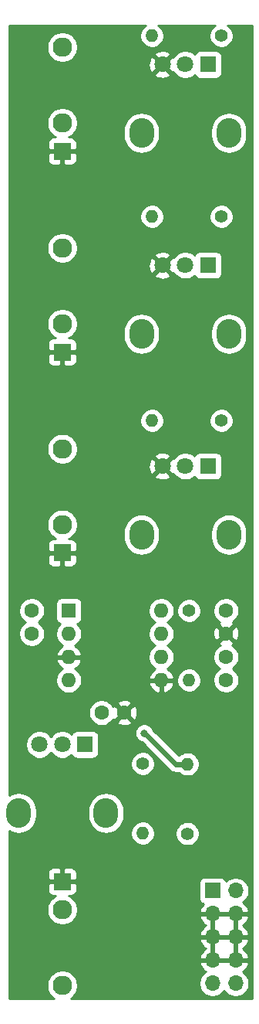
<source format=gbr>
G04 #@! TF.GenerationSoftware,KiCad,Pcbnew,(5.1.6-0-10_14)*
G04 #@! TF.CreationDate,2020-07-27T13:54:38+02:00*
G04 #@! TF.ProjectId,HelloWorld-noPanel,48656c6c-6f57-46f7-926c-642d6e6f5061,rev?*
G04 #@! TF.SameCoordinates,Original*
G04 #@! TF.FileFunction,Copper,L2,Bot*
G04 #@! TF.FilePolarity,Positive*
%FSLAX46Y46*%
G04 Gerber Fmt 4.6, Leading zero omitted, Abs format (unit mm)*
G04 Created by KiCad (PCBNEW (5.1.6-0-10_14)) date 2020-07-27 13:54:38*
%MOMM*%
%LPD*%
G01*
G04 APERTURE LIST*
G04 #@! TA.AperFunction,ComponentPad*
%ADD10O,1.600000X1.600000*%
G04 #@! TD*
G04 #@! TA.AperFunction,ComponentPad*
%ADD11R,1.600000X1.600000*%
G04 #@! TD*
G04 #@! TA.AperFunction,ComponentPad*
%ADD12C,1.600000*%
G04 #@! TD*
G04 #@! TA.AperFunction,ComponentPad*
%ADD13C,2.130000*%
G04 #@! TD*
G04 #@! TA.AperFunction,ComponentPad*
%ADD14R,1.930000X1.830000*%
G04 #@! TD*
G04 #@! TA.AperFunction,ComponentPad*
%ADD15O,1.700000X1.700000*%
G04 #@! TD*
G04 #@! TA.AperFunction,ComponentPad*
%ADD16R,1.700000X1.700000*%
G04 #@! TD*
G04 #@! TA.AperFunction,ComponentPad*
%ADD17O,1.400000X1.400000*%
G04 #@! TD*
G04 #@! TA.AperFunction,ComponentPad*
%ADD18C,1.400000*%
G04 #@! TD*
G04 #@! TA.AperFunction,ComponentPad*
%ADD19O,2.720000X3.240000*%
G04 #@! TD*
G04 #@! TA.AperFunction,ComponentPad*
%ADD20C,1.800000*%
G04 #@! TD*
G04 #@! TA.AperFunction,ComponentPad*
%ADD21R,1.800000X1.800000*%
G04 #@! TD*
G04 #@! TA.AperFunction,ViaPad*
%ADD22C,0.800000*%
G04 #@! TD*
G04 #@! TA.AperFunction,Conductor*
%ADD23C,0.600000*%
G04 #@! TD*
G04 #@! TA.AperFunction,Conductor*
%ADD24C,0.254000*%
G04 #@! TD*
G04 APERTURE END LIST*
D10*
X87376000Y-84836000D03*
X77216000Y-92456000D03*
X87376000Y-87376000D03*
X77216000Y-89916000D03*
X87376000Y-89916000D03*
X77216000Y-87376000D03*
X87376000Y-92456000D03*
D11*
X77216000Y-84836000D03*
D12*
X94488000Y-87336000D03*
X94488000Y-84836000D03*
X80812000Y-96012000D03*
X83312000Y-96012000D03*
X73152000Y-87336000D03*
X73152000Y-84836000D03*
X94488000Y-92416000D03*
X94488000Y-89916000D03*
D13*
X76500000Y-23100000D03*
D14*
X76500000Y-34500000D03*
D13*
X76500000Y-31400000D03*
X76500000Y-45100000D03*
D14*
X76500000Y-56500000D03*
D13*
X76500000Y-53400000D03*
X76500000Y-67100000D03*
D14*
X76500000Y-78500000D03*
D13*
X76500000Y-75400000D03*
D15*
X95540000Y-125660000D03*
X93000000Y-125660000D03*
X95540000Y-123120000D03*
X93000000Y-123120000D03*
X95540000Y-120580000D03*
X93000000Y-120580000D03*
X95540000Y-118040000D03*
X93000000Y-118040000D03*
X95540000Y-115500000D03*
D16*
X93000000Y-115500000D03*
D13*
X76500000Y-125900000D03*
D14*
X76500000Y-114500000D03*
D13*
X76500000Y-117600000D03*
D17*
X86360000Y-21844000D03*
D18*
X93980000Y-21844000D03*
D17*
X86360000Y-41656000D03*
D18*
X93980000Y-41656000D03*
D17*
X86360000Y-64008000D03*
D18*
X93980000Y-64008000D03*
D17*
X85344000Y-109220000D03*
D18*
X85344000Y-101600000D03*
D17*
X90424000Y-92456000D03*
D18*
X90424000Y-84836000D03*
D17*
X90250000Y-101630000D03*
D18*
X90250000Y-109250000D03*
D19*
X94800000Y-32500000D03*
X85200000Y-32500000D03*
D20*
X87500000Y-25000000D03*
X90000000Y-25000000D03*
D21*
X92500000Y-25000000D03*
D19*
X94800000Y-54500000D03*
X85200000Y-54500000D03*
D20*
X87500000Y-47000000D03*
X90000000Y-47000000D03*
D21*
X92500000Y-47000000D03*
D19*
X94800000Y-76500000D03*
X85200000Y-76500000D03*
D20*
X87500000Y-69000000D03*
X90000000Y-69000000D03*
D21*
X92500000Y-69000000D03*
D19*
X81300000Y-107000000D03*
X71700000Y-107000000D03*
D20*
X74000000Y-99500000D03*
X76500000Y-99500000D03*
D21*
X79000000Y-99500000D03*
D22*
X85500000Y-98250000D03*
D23*
X85550000Y-98250000D02*
X85500000Y-98250000D01*
X88930000Y-101630000D02*
X85550000Y-98250000D01*
X90250000Y-101630000D02*
X88930000Y-101630000D01*
D24*
G36*
X85508987Y-20807038D02*
G01*
X85323038Y-20992987D01*
X85176939Y-21211641D01*
X85076304Y-21454595D01*
X85025000Y-21712514D01*
X85025000Y-21975486D01*
X85076304Y-22233405D01*
X85176939Y-22476359D01*
X85323038Y-22695013D01*
X85508987Y-22880962D01*
X85727641Y-23027061D01*
X85970595Y-23127696D01*
X86228514Y-23179000D01*
X86491486Y-23179000D01*
X86749405Y-23127696D01*
X86992359Y-23027061D01*
X87211013Y-22880962D01*
X87396962Y-22695013D01*
X87543061Y-22476359D01*
X87643696Y-22233405D01*
X87695000Y-21975486D01*
X87695000Y-21712514D01*
X87643696Y-21454595D01*
X87543061Y-21211641D01*
X87396962Y-20992987D01*
X87211013Y-20807038D01*
X87028369Y-20685000D01*
X93311631Y-20685000D01*
X93128987Y-20807038D01*
X92943038Y-20992987D01*
X92796939Y-21211641D01*
X92696304Y-21454595D01*
X92645000Y-21712514D01*
X92645000Y-21975486D01*
X92696304Y-22233405D01*
X92796939Y-22476359D01*
X92943038Y-22695013D01*
X93128987Y-22880962D01*
X93347641Y-23027061D01*
X93590595Y-23127696D01*
X93848514Y-23179000D01*
X94111486Y-23179000D01*
X94369405Y-23127696D01*
X94612359Y-23027061D01*
X94831013Y-22880962D01*
X95016962Y-22695013D01*
X95163061Y-22476359D01*
X95263696Y-22233405D01*
X95315000Y-21975486D01*
X95315000Y-21712514D01*
X95263696Y-21454595D01*
X95163061Y-21211641D01*
X95016962Y-20992987D01*
X94831013Y-20807038D01*
X94648369Y-20685000D01*
X97315001Y-20685000D01*
X97315000Y-127315000D01*
X77442223Y-127315000D01*
X77583687Y-127220477D01*
X77820477Y-126983687D01*
X78006521Y-126705252D01*
X78134670Y-126395872D01*
X78200000Y-126067435D01*
X78200000Y-125732565D01*
X78156474Y-125513740D01*
X91515000Y-125513740D01*
X91515000Y-125806260D01*
X91572068Y-126093158D01*
X91684010Y-126363411D01*
X91846525Y-126606632D01*
X92053368Y-126813475D01*
X92296589Y-126975990D01*
X92566842Y-127087932D01*
X92853740Y-127145000D01*
X93146260Y-127145000D01*
X93433158Y-127087932D01*
X93703411Y-126975990D01*
X93946632Y-126813475D01*
X94153475Y-126606632D01*
X94270000Y-126432240D01*
X94386525Y-126606632D01*
X94593368Y-126813475D01*
X94836589Y-126975990D01*
X95106842Y-127087932D01*
X95393740Y-127145000D01*
X95686260Y-127145000D01*
X95973158Y-127087932D01*
X96243411Y-126975990D01*
X96486632Y-126813475D01*
X96693475Y-126606632D01*
X96855990Y-126363411D01*
X96967932Y-126093158D01*
X97025000Y-125806260D01*
X97025000Y-125513740D01*
X96967932Y-125226842D01*
X96855990Y-124956589D01*
X96693475Y-124713368D01*
X96486632Y-124506525D01*
X96304466Y-124384805D01*
X96421355Y-124315178D01*
X96637588Y-124120269D01*
X96811641Y-123886920D01*
X96936825Y-123624099D01*
X96981476Y-123476890D01*
X96860155Y-123247000D01*
X95667000Y-123247000D01*
X95667000Y-123267000D01*
X95413000Y-123267000D01*
X95413000Y-123247000D01*
X93127000Y-123247000D01*
X93127000Y-123267000D01*
X92873000Y-123267000D01*
X92873000Y-123247000D01*
X91679845Y-123247000D01*
X91558524Y-123476890D01*
X91603175Y-123624099D01*
X91728359Y-123886920D01*
X91902412Y-124120269D01*
X92118645Y-124315178D01*
X92235534Y-124384805D01*
X92053368Y-124506525D01*
X91846525Y-124713368D01*
X91684010Y-124956589D01*
X91572068Y-125226842D01*
X91515000Y-125513740D01*
X78156474Y-125513740D01*
X78134670Y-125404128D01*
X78006521Y-125094748D01*
X77820477Y-124816313D01*
X77583687Y-124579523D01*
X77305252Y-124393479D01*
X76995872Y-124265330D01*
X76667435Y-124200000D01*
X76332565Y-124200000D01*
X76004128Y-124265330D01*
X75694748Y-124393479D01*
X75416313Y-124579523D01*
X75179523Y-124816313D01*
X74993479Y-125094748D01*
X74865330Y-125404128D01*
X74800000Y-125732565D01*
X74800000Y-126067435D01*
X74865330Y-126395872D01*
X74993479Y-126705252D01*
X75179523Y-126983687D01*
X75416313Y-127220477D01*
X75557777Y-127315000D01*
X70685000Y-127315000D01*
X70685000Y-120936890D01*
X91558524Y-120936890D01*
X91603175Y-121084099D01*
X91728359Y-121346920D01*
X91902412Y-121580269D01*
X92118645Y-121775178D01*
X92244255Y-121850000D01*
X92118645Y-121924822D01*
X91902412Y-122119731D01*
X91728359Y-122353080D01*
X91603175Y-122615901D01*
X91558524Y-122763110D01*
X91679845Y-122993000D01*
X92873000Y-122993000D01*
X92873000Y-120707000D01*
X93127000Y-120707000D01*
X93127000Y-122993000D01*
X95413000Y-122993000D01*
X95413000Y-120707000D01*
X95667000Y-120707000D01*
X95667000Y-122993000D01*
X96860155Y-122993000D01*
X96981476Y-122763110D01*
X96936825Y-122615901D01*
X96811641Y-122353080D01*
X96637588Y-122119731D01*
X96421355Y-121924822D01*
X96295745Y-121850000D01*
X96421355Y-121775178D01*
X96637588Y-121580269D01*
X96811641Y-121346920D01*
X96936825Y-121084099D01*
X96981476Y-120936890D01*
X96860155Y-120707000D01*
X95667000Y-120707000D01*
X95413000Y-120707000D01*
X93127000Y-120707000D01*
X92873000Y-120707000D01*
X91679845Y-120707000D01*
X91558524Y-120936890D01*
X70685000Y-120936890D01*
X70685000Y-117432565D01*
X74800000Y-117432565D01*
X74800000Y-117767435D01*
X74865330Y-118095872D01*
X74993479Y-118405252D01*
X75179523Y-118683687D01*
X75416313Y-118920477D01*
X75694748Y-119106521D01*
X76004128Y-119234670D01*
X76332565Y-119300000D01*
X76667435Y-119300000D01*
X76995872Y-119234670D01*
X77305252Y-119106521D01*
X77583687Y-118920477D01*
X77820477Y-118683687D01*
X78006521Y-118405252D01*
X78009984Y-118396890D01*
X91558524Y-118396890D01*
X91603175Y-118544099D01*
X91728359Y-118806920D01*
X91902412Y-119040269D01*
X92118645Y-119235178D01*
X92244255Y-119310000D01*
X92118645Y-119384822D01*
X91902412Y-119579731D01*
X91728359Y-119813080D01*
X91603175Y-120075901D01*
X91558524Y-120223110D01*
X91679845Y-120453000D01*
X92873000Y-120453000D01*
X92873000Y-118167000D01*
X93127000Y-118167000D01*
X93127000Y-120453000D01*
X95413000Y-120453000D01*
X95413000Y-118167000D01*
X95667000Y-118167000D01*
X95667000Y-120453000D01*
X96860155Y-120453000D01*
X96981476Y-120223110D01*
X96936825Y-120075901D01*
X96811641Y-119813080D01*
X96637588Y-119579731D01*
X96421355Y-119384822D01*
X96295745Y-119310000D01*
X96421355Y-119235178D01*
X96637588Y-119040269D01*
X96811641Y-118806920D01*
X96936825Y-118544099D01*
X96981476Y-118396890D01*
X96860155Y-118167000D01*
X95667000Y-118167000D01*
X95413000Y-118167000D01*
X93127000Y-118167000D01*
X92873000Y-118167000D01*
X91679845Y-118167000D01*
X91558524Y-118396890D01*
X78009984Y-118396890D01*
X78134670Y-118095872D01*
X78200000Y-117767435D01*
X78200000Y-117432565D01*
X78134670Y-117104128D01*
X78006521Y-116794748D01*
X77820477Y-116516313D01*
X77583687Y-116279523D01*
X77305252Y-116093479D01*
X77204860Y-116051895D01*
X77465000Y-116053072D01*
X77589482Y-116040812D01*
X77709180Y-116004502D01*
X77819494Y-115945537D01*
X77916185Y-115866185D01*
X77995537Y-115769494D01*
X78054502Y-115659180D01*
X78090812Y-115539482D01*
X78103072Y-115415000D01*
X78100000Y-114785750D01*
X77964250Y-114650000D01*
X91511928Y-114650000D01*
X91511928Y-116350000D01*
X91524188Y-116474482D01*
X91560498Y-116594180D01*
X91619463Y-116704494D01*
X91698815Y-116801185D01*
X91795506Y-116880537D01*
X91905820Y-116939502D01*
X91986466Y-116963966D01*
X91902412Y-117039731D01*
X91728359Y-117273080D01*
X91603175Y-117535901D01*
X91558524Y-117683110D01*
X91679845Y-117913000D01*
X92873000Y-117913000D01*
X92873000Y-117893000D01*
X93127000Y-117893000D01*
X93127000Y-117913000D01*
X95413000Y-117913000D01*
X95413000Y-117893000D01*
X95667000Y-117893000D01*
X95667000Y-117913000D01*
X96860155Y-117913000D01*
X96981476Y-117683110D01*
X96936825Y-117535901D01*
X96811641Y-117273080D01*
X96637588Y-117039731D01*
X96421355Y-116844822D01*
X96304466Y-116775195D01*
X96486632Y-116653475D01*
X96693475Y-116446632D01*
X96855990Y-116203411D01*
X96967932Y-115933158D01*
X97025000Y-115646260D01*
X97025000Y-115353740D01*
X96967932Y-115066842D01*
X96855990Y-114796589D01*
X96693475Y-114553368D01*
X96486632Y-114346525D01*
X96243411Y-114184010D01*
X95973158Y-114072068D01*
X95686260Y-114015000D01*
X95393740Y-114015000D01*
X95106842Y-114072068D01*
X94836589Y-114184010D01*
X94593368Y-114346525D01*
X94461513Y-114478380D01*
X94439502Y-114405820D01*
X94380537Y-114295506D01*
X94301185Y-114198815D01*
X94204494Y-114119463D01*
X94094180Y-114060498D01*
X93974482Y-114024188D01*
X93850000Y-114011928D01*
X92150000Y-114011928D01*
X92025518Y-114024188D01*
X91905820Y-114060498D01*
X91795506Y-114119463D01*
X91698815Y-114198815D01*
X91619463Y-114295506D01*
X91560498Y-114405820D01*
X91524188Y-114525518D01*
X91511928Y-114650000D01*
X77964250Y-114650000D01*
X77941250Y-114627000D01*
X76627000Y-114627000D01*
X76627000Y-114647000D01*
X76373000Y-114647000D01*
X76373000Y-114627000D01*
X75058750Y-114627000D01*
X74900000Y-114785750D01*
X74896928Y-115415000D01*
X74909188Y-115539482D01*
X74945498Y-115659180D01*
X75004463Y-115769494D01*
X75083815Y-115866185D01*
X75180506Y-115945537D01*
X75290820Y-116004502D01*
X75410518Y-116040812D01*
X75535000Y-116053072D01*
X75795140Y-116051895D01*
X75694748Y-116093479D01*
X75416313Y-116279523D01*
X75179523Y-116516313D01*
X74993479Y-116794748D01*
X74865330Y-117104128D01*
X74800000Y-117432565D01*
X70685000Y-117432565D01*
X70685000Y-113585000D01*
X74896928Y-113585000D01*
X74900000Y-114214250D01*
X75058750Y-114373000D01*
X76373000Y-114373000D01*
X76373000Y-113108750D01*
X76627000Y-113108750D01*
X76627000Y-114373000D01*
X77941250Y-114373000D01*
X78100000Y-114214250D01*
X78103072Y-113585000D01*
X78090812Y-113460518D01*
X78054502Y-113340820D01*
X77995537Y-113230506D01*
X77916185Y-113133815D01*
X77819494Y-113054463D01*
X77709180Y-112995498D01*
X77589482Y-112959188D01*
X77465000Y-112946928D01*
X76785750Y-112950000D01*
X76627000Y-113108750D01*
X76373000Y-113108750D01*
X76214250Y-112950000D01*
X75535000Y-112946928D01*
X75410518Y-112959188D01*
X75290820Y-112995498D01*
X75180506Y-113054463D01*
X75083815Y-113133815D01*
X75004463Y-113230506D01*
X74945498Y-113340820D01*
X74909188Y-113460518D01*
X74896928Y-113585000D01*
X70685000Y-113585000D01*
X70685000Y-108979576D01*
X70932854Y-109112057D01*
X71308913Y-109226133D01*
X71700000Y-109264652D01*
X72091088Y-109226133D01*
X72467147Y-109112057D01*
X72813725Y-108926807D01*
X73117503Y-108677503D01*
X73366807Y-108373725D01*
X73552057Y-108027147D01*
X73666133Y-107651087D01*
X73695000Y-107357997D01*
X73695000Y-106642003D01*
X79305000Y-106642003D01*
X79305000Y-107357998D01*
X79333867Y-107651088D01*
X79447943Y-108027147D01*
X79633193Y-108373725D01*
X79882498Y-108677503D01*
X80186276Y-108926807D01*
X80532854Y-109112057D01*
X80908913Y-109226133D01*
X81300000Y-109264652D01*
X81691088Y-109226133D01*
X82067147Y-109112057D01*
X82111192Y-109088514D01*
X84009000Y-109088514D01*
X84009000Y-109351486D01*
X84060304Y-109609405D01*
X84160939Y-109852359D01*
X84307038Y-110071013D01*
X84492987Y-110256962D01*
X84711641Y-110403061D01*
X84954595Y-110503696D01*
X85212514Y-110555000D01*
X85475486Y-110555000D01*
X85733405Y-110503696D01*
X85976359Y-110403061D01*
X86195013Y-110256962D01*
X86380962Y-110071013D01*
X86527061Y-109852359D01*
X86627696Y-109609405D01*
X86679000Y-109351486D01*
X86679000Y-109118514D01*
X88915000Y-109118514D01*
X88915000Y-109381486D01*
X88966304Y-109639405D01*
X89066939Y-109882359D01*
X89213038Y-110101013D01*
X89398987Y-110286962D01*
X89617641Y-110433061D01*
X89860595Y-110533696D01*
X90118514Y-110585000D01*
X90381486Y-110585000D01*
X90639405Y-110533696D01*
X90882359Y-110433061D01*
X91101013Y-110286962D01*
X91286962Y-110101013D01*
X91433061Y-109882359D01*
X91533696Y-109639405D01*
X91585000Y-109381486D01*
X91585000Y-109118514D01*
X91533696Y-108860595D01*
X91433061Y-108617641D01*
X91286962Y-108398987D01*
X91101013Y-108213038D01*
X90882359Y-108066939D01*
X90639405Y-107966304D01*
X90381486Y-107915000D01*
X90118514Y-107915000D01*
X89860595Y-107966304D01*
X89617641Y-108066939D01*
X89398987Y-108213038D01*
X89213038Y-108398987D01*
X89066939Y-108617641D01*
X88966304Y-108860595D01*
X88915000Y-109118514D01*
X86679000Y-109118514D01*
X86679000Y-109088514D01*
X86627696Y-108830595D01*
X86527061Y-108587641D01*
X86380962Y-108368987D01*
X86195013Y-108183038D01*
X85976359Y-108036939D01*
X85733405Y-107936304D01*
X85475486Y-107885000D01*
X85212514Y-107885000D01*
X84954595Y-107936304D01*
X84711641Y-108036939D01*
X84492987Y-108183038D01*
X84307038Y-108368987D01*
X84160939Y-108587641D01*
X84060304Y-108830595D01*
X84009000Y-109088514D01*
X82111192Y-109088514D01*
X82413725Y-108926807D01*
X82717503Y-108677503D01*
X82966807Y-108373725D01*
X83152057Y-108027147D01*
X83266133Y-107651087D01*
X83295000Y-107357997D01*
X83295000Y-106642002D01*
X83266133Y-106348912D01*
X83152057Y-105972853D01*
X82966807Y-105626275D01*
X82717503Y-105322497D01*
X82413725Y-105073193D01*
X82067146Y-104887943D01*
X81691087Y-104773867D01*
X81300000Y-104735348D01*
X80908912Y-104773867D01*
X80532853Y-104887943D01*
X80186275Y-105073193D01*
X79882497Y-105322497D01*
X79633193Y-105626275D01*
X79447943Y-105972854D01*
X79333867Y-106348913D01*
X79305000Y-106642003D01*
X73695000Y-106642003D01*
X73695000Y-106642002D01*
X73666133Y-106348912D01*
X73552057Y-105972853D01*
X73366807Y-105626275D01*
X73117503Y-105322497D01*
X72813725Y-105073193D01*
X72467146Y-104887943D01*
X72091087Y-104773867D01*
X71700000Y-104735348D01*
X71308912Y-104773867D01*
X70932853Y-104887943D01*
X70685000Y-105020423D01*
X70685000Y-101468514D01*
X84009000Y-101468514D01*
X84009000Y-101731486D01*
X84060304Y-101989405D01*
X84160939Y-102232359D01*
X84307038Y-102451013D01*
X84492987Y-102636962D01*
X84711641Y-102783061D01*
X84954595Y-102883696D01*
X85212514Y-102935000D01*
X85475486Y-102935000D01*
X85733405Y-102883696D01*
X85976359Y-102783061D01*
X86195013Y-102636962D01*
X86380962Y-102451013D01*
X86527061Y-102232359D01*
X86627696Y-101989405D01*
X86679000Y-101731486D01*
X86679000Y-101468514D01*
X86627696Y-101210595D01*
X86527061Y-100967641D01*
X86380962Y-100748987D01*
X86195013Y-100563038D01*
X85976359Y-100416939D01*
X85733405Y-100316304D01*
X85475486Y-100265000D01*
X85212514Y-100265000D01*
X84954595Y-100316304D01*
X84711641Y-100416939D01*
X84492987Y-100563038D01*
X84307038Y-100748987D01*
X84160939Y-100967641D01*
X84060304Y-101210595D01*
X84009000Y-101468514D01*
X70685000Y-101468514D01*
X70685000Y-99348816D01*
X72465000Y-99348816D01*
X72465000Y-99651184D01*
X72523989Y-99947743D01*
X72639701Y-100227095D01*
X72807688Y-100478505D01*
X73021495Y-100692312D01*
X73272905Y-100860299D01*
X73552257Y-100976011D01*
X73848816Y-101035000D01*
X74151184Y-101035000D01*
X74447743Y-100976011D01*
X74727095Y-100860299D01*
X74978505Y-100692312D01*
X75192312Y-100478505D01*
X75250000Y-100392169D01*
X75307688Y-100478505D01*
X75521495Y-100692312D01*
X75772905Y-100860299D01*
X76052257Y-100976011D01*
X76348816Y-101035000D01*
X76651184Y-101035000D01*
X76947743Y-100976011D01*
X77227095Y-100860299D01*
X77478505Y-100692312D01*
X77516120Y-100654697D01*
X77569463Y-100754494D01*
X77648815Y-100851185D01*
X77745506Y-100930537D01*
X77855820Y-100989502D01*
X77975518Y-101025812D01*
X78100000Y-101038072D01*
X79900000Y-101038072D01*
X80024482Y-101025812D01*
X80144180Y-100989502D01*
X80254494Y-100930537D01*
X80351185Y-100851185D01*
X80430537Y-100754494D01*
X80489502Y-100644180D01*
X80525812Y-100524482D01*
X80538072Y-100400000D01*
X80538072Y-98600000D01*
X80525812Y-98475518D01*
X80489502Y-98355820D01*
X80430537Y-98245506D01*
X80351185Y-98148815D01*
X80350267Y-98148061D01*
X84465000Y-98148061D01*
X84465000Y-98351939D01*
X84504774Y-98551898D01*
X84582795Y-98740256D01*
X84696063Y-98909774D01*
X84840226Y-99053937D01*
X85009744Y-99167205D01*
X85198102Y-99245226D01*
X85229104Y-99251393D01*
X88236370Y-102258659D01*
X88265656Y-102294344D01*
X88408028Y-102411186D01*
X88570460Y-102498007D01*
X88746708Y-102551471D01*
X88930000Y-102569524D01*
X88975932Y-102565000D01*
X89297025Y-102565000D01*
X89398987Y-102666962D01*
X89617641Y-102813061D01*
X89860595Y-102913696D01*
X90118514Y-102965000D01*
X90381486Y-102965000D01*
X90639405Y-102913696D01*
X90882359Y-102813061D01*
X91101013Y-102666962D01*
X91286962Y-102481013D01*
X91433061Y-102262359D01*
X91533696Y-102019405D01*
X91585000Y-101761486D01*
X91585000Y-101498514D01*
X91533696Y-101240595D01*
X91433061Y-100997641D01*
X91286962Y-100778987D01*
X91101013Y-100593038D01*
X90882359Y-100446939D01*
X90639405Y-100346304D01*
X90381486Y-100295000D01*
X90118514Y-100295000D01*
X89860595Y-100346304D01*
X89617641Y-100446939D01*
X89398987Y-100593038D01*
X89307157Y-100684868D01*
X86442076Y-97819787D01*
X86417205Y-97759744D01*
X86303937Y-97590226D01*
X86159774Y-97446063D01*
X85990256Y-97332795D01*
X85801898Y-97254774D01*
X85601939Y-97215000D01*
X85398061Y-97215000D01*
X85198102Y-97254774D01*
X85009744Y-97332795D01*
X84840226Y-97446063D01*
X84696063Y-97590226D01*
X84582795Y-97759744D01*
X84504774Y-97948102D01*
X84465000Y-98148061D01*
X80350267Y-98148061D01*
X80254494Y-98069463D01*
X80144180Y-98010498D01*
X80024482Y-97974188D01*
X79900000Y-97961928D01*
X78100000Y-97961928D01*
X77975518Y-97974188D01*
X77855820Y-98010498D01*
X77745506Y-98069463D01*
X77648815Y-98148815D01*
X77569463Y-98245506D01*
X77516120Y-98345303D01*
X77478505Y-98307688D01*
X77227095Y-98139701D01*
X76947743Y-98023989D01*
X76651184Y-97965000D01*
X76348816Y-97965000D01*
X76052257Y-98023989D01*
X75772905Y-98139701D01*
X75521495Y-98307688D01*
X75307688Y-98521495D01*
X75250000Y-98607831D01*
X75192312Y-98521495D01*
X74978505Y-98307688D01*
X74727095Y-98139701D01*
X74447743Y-98023989D01*
X74151184Y-97965000D01*
X73848816Y-97965000D01*
X73552257Y-98023989D01*
X73272905Y-98139701D01*
X73021495Y-98307688D01*
X72807688Y-98521495D01*
X72639701Y-98772905D01*
X72523989Y-99052257D01*
X72465000Y-99348816D01*
X70685000Y-99348816D01*
X70685000Y-95870665D01*
X79377000Y-95870665D01*
X79377000Y-96153335D01*
X79432147Y-96430574D01*
X79540320Y-96691727D01*
X79697363Y-96926759D01*
X79897241Y-97126637D01*
X80132273Y-97283680D01*
X80393426Y-97391853D01*
X80670665Y-97447000D01*
X80953335Y-97447000D01*
X81230574Y-97391853D01*
X81491727Y-97283680D01*
X81726759Y-97126637D01*
X81848694Y-97004702D01*
X82498903Y-97004702D01*
X82570486Y-97248671D01*
X82825996Y-97369571D01*
X83100184Y-97438300D01*
X83382512Y-97452217D01*
X83662130Y-97410787D01*
X83928292Y-97315603D01*
X84053514Y-97248671D01*
X84125097Y-97004702D01*
X83312000Y-96191605D01*
X82498903Y-97004702D01*
X81848694Y-97004702D01*
X81926637Y-96926759D01*
X82060692Y-96726131D01*
X82075329Y-96753514D01*
X82319298Y-96825097D01*
X83132395Y-96012000D01*
X83491605Y-96012000D01*
X84304702Y-96825097D01*
X84548671Y-96753514D01*
X84669571Y-96498004D01*
X84738300Y-96223816D01*
X84752217Y-95941488D01*
X84710787Y-95661870D01*
X84615603Y-95395708D01*
X84548671Y-95270486D01*
X84304702Y-95198903D01*
X83491605Y-96012000D01*
X83132395Y-96012000D01*
X82319298Y-95198903D01*
X82075329Y-95270486D01*
X82061676Y-95299341D01*
X81926637Y-95097241D01*
X81848694Y-95019298D01*
X82498903Y-95019298D01*
X83312000Y-95832395D01*
X84125097Y-95019298D01*
X84053514Y-94775329D01*
X83798004Y-94654429D01*
X83523816Y-94585700D01*
X83241488Y-94571783D01*
X82961870Y-94613213D01*
X82695708Y-94708397D01*
X82570486Y-94775329D01*
X82498903Y-95019298D01*
X81848694Y-95019298D01*
X81726759Y-94897363D01*
X81491727Y-94740320D01*
X81230574Y-94632147D01*
X80953335Y-94577000D01*
X80670665Y-94577000D01*
X80393426Y-94632147D01*
X80132273Y-94740320D01*
X79897241Y-94897363D01*
X79697363Y-95097241D01*
X79540320Y-95332273D01*
X79432147Y-95593426D01*
X79377000Y-95870665D01*
X70685000Y-95870665D01*
X70685000Y-92314665D01*
X75781000Y-92314665D01*
X75781000Y-92597335D01*
X75836147Y-92874574D01*
X75944320Y-93135727D01*
X76101363Y-93370759D01*
X76301241Y-93570637D01*
X76536273Y-93727680D01*
X76797426Y-93835853D01*
X77074665Y-93891000D01*
X77357335Y-93891000D01*
X77634574Y-93835853D01*
X77895727Y-93727680D01*
X78130759Y-93570637D01*
X78330637Y-93370759D01*
X78487680Y-93135727D01*
X78595853Y-92874574D01*
X78609684Y-92805039D01*
X85984096Y-92805039D01*
X86024754Y-92939087D01*
X86144963Y-93193420D01*
X86312481Y-93419414D01*
X86520869Y-93608385D01*
X86762119Y-93753070D01*
X87026960Y-93847909D01*
X87249000Y-93726624D01*
X87249000Y-92583000D01*
X87503000Y-92583000D01*
X87503000Y-93726624D01*
X87725040Y-93847909D01*
X87989881Y-93753070D01*
X88231131Y-93608385D01*
X88439519Y-93419414D01*
X88607037Y-93193420D01*
X88727246Y-92939087D01*
X88767904Y-92805039D01*
X88645915Y-92583000D01*
X87503000Y-92583000D01*
X87249000Y-92583000D01*
X86106085Y-92583000D01*
X85984096Y-92805039D01*
X78609684Y-92805039D01*
X78651000Y-92597335D01*
X78651000Y-92314665D01*
X78595853Y-92037426D01*
X78487680Y-91776273D01*
X78330637Y-91541241D01*
X78130759Y-91341363D01*
X77895727Y-91184320D01*
X77885135Y-91179933D01*
X78071131Y-91068385D01*
X78279519Y-90879414D01*
X78447037Y-90653420D01*
X78567246Y-90399087D01*
X78607904Y-90265039D01*
X78485915Y-90043000D01*
X77343000Y-90043000D01*
X77343000Y-90063000D01*
X77089000Y-90063000D01*
X77089000Y-90043000D01*
X75946085Y-90043000D01*
X75824096Y-90265039D01*
X75864754Y-90399087D01*
X75984963Y-90653420D01*
X76152481Y-90879414D01*
X76360869Y-91068385D01*
X76546865Y-91179933D01*
X76536273Y-91184320D01*
X76301241Y-91341363D01*
X76101363Y-91541241D01*
X75944320Y-91776273D01*
X75836147Y-92037426D01*
X75781000Y-92314665D01*
X70685000Y-92314665D01*
X70685000Y-84694665D01*
X71717000Y-84694665D01*
X71717000Y-84977335D01*
X71772147Y-85254574D01*
X71880320Y-85515727D01*
X72037363Y-85750759D01*
X72237241Y-85950637D01*
X72439827Y-86086000D01*
X72237241Y-86221363D01*
X72037363Y-86421241D01*
X71880320Y-86656273D01*
X71772147Y-86917426D01*
X71717000Y-87194665D01*
X71717000Y-87477335D01*
X71772147Y-87754574D01*
X71880320Y-88015727D01*
X72037363Y-88250759D01*
X72237241Y-88450637D01*
X72472273Y-88607680D01*
X72733426Y-88715853D01*
X73010665Y-88771000D01*
X73293335Y-88771000D01*
X73570574Y-88715853D01*
X73831727Y-88607680D01*
X74066759Y-88450637D01*
X74266637Y-88250759D01*
X74423680Y-88015727D01*
X74531853Y-87754574D01*
X74587000Y-87477335D01*
X74587000Y-87194665D01*
X74531853Y-86917426D01*
X74423680Y-86656273D01*
X74266637Y-86421241D01*
X74066759Y-86221363D01*
X73864173Y-86086000D01*
X74066759Y-85950637D01*
X74266637Y-85750759D01*
X74423680Y-85515727D01*
X74531853Y-85254574D01*
X74587000Y-84977335D01*
X74587000Y-84694665D01*
X74531853Y-84417426D01*
X74423680Y-84156273D01*
X74343317Y-84036000D01*
X75777928Y-84036000D01*
X75777928Y-85636000D01*
X75790188Y-85760482D01*
X75826498Y-85880180D01*
X75885463Y-85990494D01*
X75964815Y-86087185D01*
X76061506Y-86166537D01*
X76171820Y-86225502D01*
X76291518Y-86261812D01*
X76299961Y-86262643D01*
X76101363Y-86461241D01*
X75944320Y-86696273D01*
X75836147Y-86957426D01*
X75781000Y-87234665D01*
X75781000Y-87517335D01*
X75836147Y-87794574D01*
X75944320Y-88055727D01*
X76101363Y-88290759D01*
X76301241Y-88490637D01*
X76536273Y-88647680D01*
X76546865Y-88652067D01*
X76360869Y-88763615D01*
X76152481Y-88952586D01*
X75984963Y-89178580D01*
X75864754Y-89432913D01*
X75824096Y-89566961D01*
X75946085Y-89789000D01*
X77089000Y-89789000D01*
X77089000Y-89769000D01*
X77343000Y-89769000D01*
X77343000Y-89789000D01*
X78485915Y-89789000D01*
X78607904Y-89566961D01*
X78567246Y-89432913D01*
X78447037Y-89178580D01*
X78279519Y-88952586D01*
X78071131Y-88763615D01*
X77885135Y-88652067D01*
X77895727Y-88647680D01*
X78130759Y-88490637D01*
X78330637Y-88290759D01*
X78487680Y-88055727D01*
X78595853Y-87794574D01*
X78651000Y-87517335D01*
X78651000Y-87234665D01*
X78595853Y-86957426D01*
X78487680Y-86696273D01*
X78330637Y-86461241D01*
X78132039Y-86262643D01*
X78140482Y-86261812D01*
X78260180Y-86225502D01*
X78370494Y-86166537D01*
X78467185Y-86087185D01*
X78546537Y-85990494D01*
X78605502Y-85880180D01*
X78641812Y-85760482D01*
X78654072Y-85636000D01*
X78654072Y-84694665D01*
X85941000Y-84694665D01*
X85941000Y-84977335D01*
X85996147Y-85254574D01*
X86104320Y-85515727D01*
X86261363Y-85750759D01*
X86461241Y-85950637D01*
X86693759Y-86106000D01*
X86461241Y-86261363D01*
X86261363Y-86461241D01*
X86104320Y-86696273D01*
X85996147Y-86957426D01*
X85941000Y-87234665D01*
X85941000Y-87517335D01*
X85996147Y-87794574D01*
X86104320Y-88055727D01*
X86261363Y-88290759D01*
X86461241Y-88490637D01*
X86693759Y-88646000D01*
X86461241Y-88801363D01*
X86261363Y-89001241D01*
X86104320Y-89236273D01*
X85996147Y-89497426D01*
X85941000Y-89774665D01*
X85941000Y-90057335D01*
X85996147Y-90334574D01*
X86104320Y-90595727D01*
X86261363Y-90830759D01*
X86461241Y-91030637D01*
X86696273Y-91187680D01*
X86706865Y-91192067D01*
X86520869Y-91303615D01*
X86312481Y-91492586D01*
X86144963Y-91718580D01*
X86024754Y-91972913D01*
X85984096Y-92106961D01*
X86106085Y-92329000D01*
X87249000Y-92329000D01*
X87249000Y-92309000D01*
X87503000Y-92309000D01*
X87503000Y-92329000D01*
X88645915Y-92329000D01*
X88648379Y-92324514D01*
X89089000Y-92324514D01*
X89089000Y-92587486D01*
X89140304Y-92845405D01*
X89240939Y-93088359D01*
X89387038Y-93307013D01*
X89572987Y-93492962D01*
X89791641Y-93639061D01*
X90034595Y-93739696D01*
X90292514Y-93791000D01*
X90555486Y-93791000D01*
X90813405Y-93739696D01*
X91056359Y-93639061D01*
X91275013Y-93492962D01*
X91460962Y-93307013D01*
X91607061Y-93088359D01*
X91707696Y-92845405D01*
X91759000Y-92587486D01*
X91759000Y-92324514D01*
X91707696Y-92066595D01*
X91607061Y-91823641D01*
X91460962Y-91604987D01*
X91275013Y-91419038D01*
X91056359Y-91272939D01*
X90813405Y-91172304D01*
X90555486Y-91121000D01*
X90292514Y-91121000D01*
X90034595Y-91172304D01*
X89791641Y-91272939D01*
X89572987Y-91419038D01*
X89387038Y-91604987D01*
X89240939Y-91823641D01*
X89140304Y-92066595D01*
X89089000Y-92324514D01*
X88648379Y-92324514D01*
X88767904Y-92106961D01*
X88727246Y-91972913D01*
X88607037Y-91718580D01*
X88439519Y-91492586D01*
X88231131Y-91303615D01*
X88045135Y-91192067D01*
X88055727Y-91187680D01*
X88290759Y-91030637D01*
X88490637Y-90830759D01*
X88647680Y-90595727D01*
X88755853Y-90334574D01*
X88811000Y-90057335D01*
X88811000Y-89774665D01*
X93053000Y-89774665D01*
X93053000Y-90057335D01*
X93108147Y-90334574D01*
X93216320Y-90595727D01*
X93373363Y-90830759D01*
X93573241Y-91030637D01*
X93775827Y-91166000D01*
X93573241Y-91301363D01*
X93373363Y-91501241D01*
X93216320Y-91736273D01*
X93108147Y-91997426D01*
X93053000Y-92274665D01*
X93053000Y-92557335D01*
X93108147Y-92834574D01*
X93216320Y-93095727D01*
X93373363Y-93330759D01*
X93573241Y-93530637D01*
X93808273Y-93687680D01*
X94069426Y-93795853D01*
X94346665Y-93851000D01*
X94629335Y-93851000D01*
X94906574Y-93795853D01*
X95167727Y-93687680D01*
X95402759Y-93530637D01*
X95602637Y-93330759D01*
X95759680Y-93095727D01*
X95867853Y-92834574D01*
X95923000Y-92557335D01*
X95923000Y-92274665D01*
X95867853Y-91997426D01*
X95759680Y-91736273D01*
X95602637Y-91501241D01*
X95402759Y-91301363D01*
X95200173Y-91166000D01*
X95402759Y-91030637D01*
X95602637Y-90830759D01*
X95759680Y-90595727D01*
X95867853Y-90334574D01*
X95923000Y-90057335D01*
X95923000Y-89774665D01*
X95867853Y-89497426D01*
X95759680Y-89236273D01*
X95602637Y-89001241D01*
X95402759Y-88801363D01*
X95167727Y-88644320D01*
X95127016Y-88627457D01*
X95229514Y-88572671D01*
X95301097Y-88328702D01*
X94488000Y-87515605D01*
X93674903Y-88328702D01*
X93746486Y-88572671D01*
X93856069Y-88624522D01*
X93808273Y-88644320D01*
X93573241Y-88801363D01*
X93373363Y-89001241D01*
X93216320Y-89236273D01*
X93108147Y-89497426D01*
X93053000Y-89774665D01*
X88811000Y-89774665D01*
X88755853Y-89497426D01*
X88647680Y-89236273D01*
X88490637Y-89001241D01*
X88290759Y-88801363D01*
X88058241Y-88646000D01*
X88290759Y-88490637D01*
X88490637Y-88290759D01*
X88647680Y-88055727D01*
X88755853Y-87794574D01*
X88811000Y-87517335D01*
X88811000Y-87406512D01*
X93047783Y-87406512D01*
X93089213Y-87686130D01*
X93184397Y-87952292D01*
X93251329Y-88077514D01*
X93495298Y-88149097D01*
X94308395Y-87336000D01*
X94667605Y-87336000D01*
X95480702Y-88149097D01*
X95724671Y-88077514D01*
X95845571Y-87822004D01*
X95914300Y-87547816D01*
X95928217Y-87265488D01*
X95886787Y-86985870D01*
X95791603Y-86719708D01*
X95724671Y-86594486D01*
X95480702Y-86522903D01*
X94667605Y-87336000D01*
X94308395Y-87336000D01*
X93495298Y-86522903D01*
X93251329Y-86594486D01*
X93130429Y-86849996D01*
X93061700Y-87124184D01*
X93047783Y-87406512D01*
X88811000Y-87406512D01*
X88811000Y-87234665D01*
X88755853Y-86957426D01*
X88647680Y-86696273D01*
X88490637Y-86461241D01*
X88290759Y-86261363D01*
X88058241Y-86106000D01*
X88290759Y-85950637D01*
X88490637Y-85750759D01*
X88647680Y-85515727D01*
X88755853Y-85254574D01*
X88811000Y-84977335D01*
X88811000Y-84704514D01*
X89089000Y-84704514D01*
X89089000Y-84967486D01*
X89140304Y-85225405D01*
X89240939Y-85468359D01*
X89387038Y-85687013D01*
X89572987Y-85872962D01*
X89791641Y-86019061D01*
X90034595Y-86119696D01*
X90292514Y-86171000D01*
X90555486Y-86171000D01*
X90813405Y-86119696D01*
X91056359Y-86019061D01*
X91275013Y-85872962D01*
X91460962Y-85687013D01*
X91607061Y-85468359D01*
X91707696Y-85225405D01*
X91759000Y-84967486D01*
X91759000Y-84704514D01*
X91757041Y-84694665D01*
X93053000Y-84694665D01*
X93053000Y-84977335D01*
X93108147Y-85254574D01*
X93216320Y-85515727D01*
X93373363Y-85750759D01*
X93573241Y-85950637D01*
X93773869Y-86084692D01*
X93746486Y-86099329D01*
X93674903Y-86343298D01*
X94488000Y-87156395D01*
X95301097Y-86343298D01*
X95229514Y-86099329D01*
X95200659Y-86085676D01*
X95402759Y-85950637D01*
X95602637Y-85750759D01*
X95759680Y-85515727D01*
X95867853Y-85254574D01*
X95923000Y-84977335D01*
X95923000Y-84694665D01*
X95867853Y-84417426D01*
X95759680Y-84156273D01*
X95602637Y-83921241D01*
X95402759Y-83721363D01*
X95167727Y-83564320D01*
X94906574Y-83456147D01*
X94629335Y-83401000D01*
X94346665Y-83401000D01*
X94069426Y-83456147D01*
X93808273Y-83564320D01*
X93573241Y-83721363D01*
X93373363Y-83921241D01*
X93216320Y-84156273D01*
X93108147Y-84417426D01*
X93053000Y-84694665D01*
X91757041Y-84694665D01*
X91707696Y-84446595D01*
X91607061Y-84203641D01*
X91460962Y-83984987D01*
X91275013Y-83799038D01*
X91056359Y-83652939D01*
X90813405Y-83552304D01*
X90555486Y-83501000D01*
X90292514Y-83501000D01*
X90034595Y-83552304D01*
X89791641Y-83652939D01*
X89572987Y-83799038D01*
X89387038Y-83984987D01*
X89240939Y-84203641D01*
X89140304Y-84446595D01*
X89089000Y-84704514D01*
X88811000Y-84704514D01*
X88811000Y-84694665D01*
X88755853Y-84417426D01*
X88647680Y-84156273D01*
X88490637Y-83921241D01*
X88290759Y-83721363D01*
X88055727Y-83564320D01*
X87794574Y-83456147D01*
X87517335Y-83401000D01*
X87234665Y-83401000D01*
X86957426Y-83456147D01*
X86696273Y-83564320D01*
X86461241Y-83721363D01*
X86261363Y-83921241D01*
X86104320Y-84156273D01*
X85996147Y-84417426D01*
X85941000Y-84694665D01*
X78654072Y-84694665D01*
X78654072Y-84036000D01*
X78641812Y-83911518D01*
X78605502Y-83791820D01*
X78546537Y-83681506D01*
X78467185Y-83584815D01*
X78370494Y-83505463D01*
X78260180Y-83446498D01*
X78140482Y-83410188D01*
X78016000Y-83397928D01*
X76416000Y-83397928D01*
X76291518Y-83410188D01*
X76171820Y-83446498D01*
X76061506Y-83505463D01*
X75964815Y-83584815D01*
X75885463Y-83681506D01*
X75826498Y-83791820D01*
X75790188Y-83911518D01*
X75777928Y-84036000D01*
X74343317Y-84036000D01*
X74266637Y-83921241D01*
X74066759Y-83721363D01*
X73831727Y-83564320D01*
X73570574Y-83456147D01*
X73293335Y-83401000D01*
X73010665Y-83401000D01*
X72733426Y-83456147D01*
X72472273Y-83564320D01*
X72237241Y-83721363D01*
X72037363Y-83921241D01*
X71880320Y-84156273D01*
X71772147Y-84417426D01*
X71717000Y-84694665D01*
X70685000Y-84694665D01*
X70685000Y-79415000D01*
X74896928Y-79415000D01*
X74909188Y-79539482D01*
X74945498Y-79659180D01*
X75004463Y-79769494D01*
X75083815Y-79866185D01*
X75180506Y-79945537D01*
X75290820Y-80004502D01*
X75410518Y-80040812D01*
X75535000Y-80053072D01*
X76214250Y-80050000D01*
X76373000Y-79891250D01*
X76373000Y-78627000D01*
X76627000Y-78627000D01*
X76627000Y-79891250D01*
X76785750Y-80050000D01*
X77465000Y-80053072D01*
X77589482Y-80040812D01*
X77709180Y-80004502D01*
X77819494Y-79945537D01*
X77916185Y-79866185D01*
X77995537Y-79769494D01*
X78054502Y-79659180D01*
X78090812Y-79539482D01*
X78103072Y-79415000D01*
X78100000Y-78785750D01*
X77941250Y-78627000D01*
X76627000Y-78627000D01*
X76373000Y-78627000D01*
X75058750Y-78627000D01*
X74900000Y-78785750D01*
X74896928Y-79415000D01*
X70685000Y-79415000D01*
X70685000Y-75232565D01*
X74800000Y-75232565D01*
X74800000Y-75567435D01*
X74865330Y-75895872D01*
X74993479Y-76205252D01*
X75179523Y-76483687D01*
X75416313Y-76720477D01*
X75694748Y-76906521D01*
X75795140Y-76948105D01*
X75535000Y-76946928D01*
X75410518Y-76959188D01*
X75290820Y-76995498D01*
X75180506Y-77054463D01*
X75083815Y-77133815D01*
X75004463Y-77230506D01*
X74945498Y-77340820D01*
X74909188Y-77460518D01*
X74896928Y-77585000D01*
X74900000Y-78214250D01*
X75058750Y-78373000D01*
X76373000Y-78373000D01*
X76373000Y-78353000D01*
X76627000Y-78353000D01*
X76627000Y-78373000D01*
X77941250Y-78373000D01*
X78100000Y-78214250D01*
X78103072Y-77585000D01*
X78090812Y-77460518D01*
X78054502Y-77340820D01*
X77995537Y-77230506D01*
X77916185Y-77133815D01*
X77819494Y-77054463D01*
X77709180Y-76995498D01*
X77589482Y-76959188D01*
X77465000Y-76946928D01*
X77204860Y-76948105D01*
X77305252Y-76906521D01*
X77583687Y-76720477D01*
X77820477Y-76483687D01*
X78006521Y-76205252D01*
X78032719Y-76142003D01*
X83205000Y-76142003D01*
X83205000Y-76857998D01*
X83233867Y-77151088D01*
X83347943Y-77527147D01*
X83533193Y-77873725D01*
X83782498Y-78177503D01*
X84086276Y-78426807D01*
X84432854Y-78612057D01*
X84808913Y-78726133D01*
X85200000Y-78764652D01*
X85591088Y-78726133D01*
X85967147Y-78612057D01*
X86313725Y-78426807D01*
X86617503Y-78177503D01*
X86866807Y-77873725D01*
X87052057Y-77527147D01*
X87166133Y-77151087D01*
X87195000Y-76857997D01*
X87195000Y-76142003D01*
X92805000Y-76142003D01*
X92805000Y-76857998D01*
X92833867Y-77151088D01*
X92947943Y-77527147D01*
X93133193Y-77873725D01*
X93382498Y-78177503D01*
X93686276Y-78426807D01*
X94032854Y-78612057D01*
X94408913Y-78726133D01*
X94800000Y-78764652D01*
X95191088Y-78726133D01*
X95567147Y-78612057D01*
X95913725Y-78426807D01*
X96217503Y-78177503D01*
X96466807Y-77873725D01*
X96652057Y-77527147D01*
X96766133Y-77151087D01*
X96795000Y-76857997D01*
X96795000Y-76142002D01*
X96766133Y-75848912D01*
X96652057Y-75472853D01*
X96466807Y-75126275D01*
X96217503Y-74822497D01*
X95913725Y-74573193D01*
X95567146Y-74387943D01*
X95191087Y-74273867D01*
X94800000Y-74235348D01*
X94408912Y-74273867D01*
X94032853Y-74387943D01*
X93686275Y-74573193D01*
X93382497Y-74822497D01*
X93133193Y-75126275D01*
X92947943Y-75472854D01*
X92833867Y-75848913D01*
X92805000Y-76142003D01*
X87195000Y-76142003D01*
X87195000Y-76142002D01*
X87166133Y-75848912D01*
X87052057Y-75472853D01*
X86866807Y-75126275D01*
X86617503Y-74822497D01*
X86313725Y-74573193D01*
X85967146Y-74387943D01*
X85591087Y-74273867D01*
X85200000Y-74235348D01*
X84808912Y-74273867D01*
X84432853Y-74387943D01*
X84086275Y-74573193D01*
X83782497Y-74822497D01*
X83533193Y-75126275D01*
X83347943Y-75472854D01*
X83233867Y-75848913D01*
X83205000Y-76142003D01*
X78032719Y-76142003D01*
X78134670Y-75895872D01*
X78200000Y-75567435D01*
X78200000Y-75232565D01*
X78134670Y-74904128D01*
X78006521Y-74594748D01*
X77820477Y-74316313D01*
X77583687Y-74079523D01*
X77305252Y-73893479D01*
X76995872Y-73765330D01*
X76667435Y-73700000D01*
X76332565Y-73700000D01*
X76004128Y-73765330D01*
X75694748Y-73893479D01*
X75416313Y-74079523D01*
X75179523Y-74316313D01*
X74993479Y-74594748D01*
X74865330Y-74904128D01*
X74800000Y-75232565D01*
X70685000Y-75232565D01*
X70685000Y-70064080D01*
X86615525Y-70064080D01*
X86699208Y-70318261D01*
X86971775Y-70449158D01*
X87264642Y-70524365D01*
X87566553Y-70540991D01*
X87865907Y-70498397D01*
X88151199Y-70398222D01*
X88300792Y-70318261D01*
X88384475Y-70064080D01*
X87500000Y-69179605D01*
X86615525Y-70064080D01*
X70685000Y-70064080D01*
X70685000Y-69066553D01*
X85959009Y-69066553D01*
X86001603Y-69365907D01*
X86101778Y-69651199D01*
X86181739Y-69800792D01*
X86435920Y-69884475D01*
X87320395Y-69000000D01*
X87679605Y-69000000D01*
X88564080Y-69884475D01*
X88712262Y-69835690D01*
X88807688Y-69978505D01*
X89021495Y-70192312D01*
X89272905Y-70360299D01*
X89552257Y-70476011D01*
X89848816Y-70535000D01*
X90151184Y-70535000D01*
X90447743Y-70476011D01*
X90727095Y-70360299D01*
X90978505Y-70192312D01*
X91016120Y-70154697D01*
X91069463Y-70254494D01*
X91148815Y-70351185D01*
X91245506Y-70430537D01*
X91355820Y-70489502D01*
X91475518Y-70525812D01*
X91600000Y-70538072D01*
X93400000Y-70538072D01*
X93524482Y-70525812D01*
X93644180Y-70489502D01*
X93754494Y-70430537D01*
X93851185Y-70351185D01*
X93930537Y-70254494D01*
X93989502Y-70144180D01*
X94025812Y-70024482D01*
X94038072Y-69900000D01*
X94038072Y-68100000D01*
X94025812Y-67975518D01*
X93989502Y-67855820D01*
X93930537Y-67745506D01*
X93851185Y-67648815D01*
X93754494Y-67569463D01*
X93644180Y-67510498D01*
X93524482Y-67474188D01*
X93400000Y-67461928D01*
X91600000Y-67461928D01*
X91475518Y-67474188D01*
X91355820Y-67510498D01*
X91245506Y-67569463D01*
X91148815Y-67648815D01*
X91069463Y-67745506D01*
X91016120Y-67845303D01*
X90978505Y-67807688D01*
X90727095Y-67639701D01*
X90447743Y-67523989D01*
X90151184Y-67465000D01*
X89848816Y-67465000D01*
X89552257Y-67523989D01*
X89272905Y-67639701D01*
X89021495Y-67807688D01*
X88807688Y-68021495D01*
X88712262Y-68164310D01*
X88564080Y-68115525D01*
X87679605Y-69000000D01*
X87320395Y-69000000D01*
X86435920Y-68115525D01*
X86181739Y-68199208D01*
X86050842Y-68471775D01*
X85975635Y-68764642D01*
X85959009Y-69066553D01*
X70685000Y-69066553D01*
X70685000Y-66932565D01*
X74800000Y-66932565D01*
X74800000Y-67267435D01*
X74865330Y-67595872D01*
X74993479Y-67905252D01*
X75179523Y-68183687D01*
X75416313Y-68420477D01*
X75694748Y-68606521D01*
X76004128Y-68734670D01*
X76332565Y-68800000D01*
X76667435Y-68800000D01*
X76995872Y-68734670D01*
X77305252Y-68606521D01*
X77583687Y-68420477D01*
X77820477Y-68183687D01*
X77986029Y-67935920D01*
X86615525Y-67935920D01*
X87500000Y-68820395D01*
X88384475Y-67935920D01*
X88300792Y-67681739D01*
X88028225Y-67550842D01*
X87735358Y-67475635D01*
X87433447Y-67459009D01*
X87134093Y-67501603D01*
X86848801Y-67601778D01*
X86699208Y-67681739D01*
X86615525Y-67935920D01*
X77986029Y-67935920D01*
X78006521Y-67905252D01*
X78134670Y-67595872D01*
X78200000Y-67267435D01*
X78200000Y-66932565D01*
X78134670Y-66604128D01*
X78006521Y-66294748D01*
X77820477Y-66016313D01*
X77583687Y-65779523D01*
X77305252Y-65593479D01*
X76995872Y-65465330D01*
X76667435Y-65400000D01*
X76332565Y-65400000D01*
X76004128Y-65465330D01*
X75694748Y-65593479D01*
X75416313Y-65779523D01*
X75179523Y-66016313D01*
X74993479Y-66294748D01*
X74865330Y-66604128D01*
X74800000Y-66932565D01*
X70685000Y-66932565D01*
X70685000Y-63876514D01*
X85025000Y-63876514D01*
X85025000Y-64139486D01*
X85076304Y-64397405D01*
X85176939Y-64640359D01*
X85323038Y-64859013D01*
X85508987Y-65044962D01*
X85727641Y-65191061D01*
X85970595Y-65291696D01*
X86228514Y-65343000D01*
X86491486Y-65343000D01*
X86749405Y-65291696D01*
X86992359Y-65191061D01*
X87211013Y-65044962D01*
X87396962Y-64859013D01*
X87543061Y-64640359D01*
X87643696Y-64397405D01*
X87695000Y-64139486D01*
X87695000Y-63876514D01*
X92645000Y-63876514D01*
X92645000Y-64139486D01*
X92696304Y-64397405D01*
X92796939Y-64640359D01*
X92943038Y-64859013D01*
X93128987Y-65044962D01*
X93347641Y-65191061D01*
X93590595Y-65291696D01*
X93848514Y-65343000D01*
X94111486Y-65343000D01*
X94369405Y-65291696D01*
X94612359Y-65191061D01*
X94831013Y-65044962D01*
X95016962Y-64859013D01*
X95163061Y-64640359D01*
X95263696Y-64397405D01*
X95315000Y-64139486D01*
X95315000Y-63876514D01*
X95263696Y-63618595D01*
X95163061Y-63375641D01*
X95016962Y-63156987D01*
X94831013Y-62971038D01*
X94612359Y-62824939D01*
X94369405Y-62724304D01*
X94111486Y-62673000D01*
X93848514Y-62673000D01*
X93590595Y-62724304D01*
X93347641Y-62824939D01*
X93128987Y-62971038D01*
X92943038Y-63156987D01*
X92796939Y-63375641D01*
X92696304Y-63618595D01*
X92645000Y-63876514D01*
X87695000Y-63876514D01*
X87643696Y-63618595D01*
X87543061Y-63375641D01*
X87396962Y-63156987D01*
X87211013Y-62971038D01*
X86992359Y-62824939D01*
X86749405Y-62724304D01*
X86491486Y-62673000D01*
X86228514Y-62673000D01*
X85970595Y-62724304D01*
X85727641Y-62824939D01*
X85508987Y-62971038D01*
X85323038Y-63156987D01*
X85176939Y-63375641D01*
X85076304Y-63618595D01*
X85025000Y-63876514D01*
X70685000Y-63876514D01*
X70685000Y-57415000D01*
X74896928Y-57415000D01*
X74909188Y-57539482D01*
X74945498Y-57659180D01*
X75004463Y-57769494D01*
X75083815Y-57866185D01*
X75180506Y-57945537D01*
X75290820Y-58004502D01*
X75410518Y-58040812D01*
X75535000Y-58053072D01*
X76214250Y-58050000D01*
X76373000Y-57891250D01*
X76373000Y-56627000D01*
X76627000Y-56627000D01*
X76627000Y-57891250D01*
X76785750Y-58050000D01*
X77465000Y-58053072D01*
X77589482Y-58040812D01*
X77709180Y-58004502D01*
X77819494Y-57945537D01*
X77916185Y-57866185D01*
X77995537Y-57769494D01*
X78054502Y-57659180D01*
X78090812Y-57539482D01*
X78103072Y-57415000D01*
X78100000Y-56785750D01*
X77941250Y-56627000D01*
X76627000Y-56627000D01*
X76373000Y-56627000D01*
X75058750Y-56627000D01*
X74900000Y-56785750D01*
X74896928Y-57415000D01*
X70685000Y-57415000D01*
X70685000Y-53232565D01*
X74800000Y-53232565D01*
X74800000Y-53567435D01*
X74865330Y-53895872D01*
X74993479Y-54205252D01*
X75179523Y-54483687D01*
X75416313Y-54720477D01*
X75694748Y-54906521D01*
X75795140Y-54948105D01*
X75535000Y-54946928D01*
X75410518Y-54959188D01*
X75290820Y-54995498D01*
X75180506Y-55054463D01*
X75083815Y-55133815D01*
X75004463Y-55230506D01*
X74945498Y-55340820D01*
X74909188Y-55460518D01*
X74896928Y-55585000D01*
X74900000Y-56214250D01*
X75058750Y-56373000D01*
X76373000Y-56373000D01*
X76373000Y-56353000D01*
X76627000Y-56353000D01*
X76627000Y-56373000D01*
X77941250Y-56373000D01*
X78100000Y-56214250D01*
X78103072Y-55585000D01*
X78090812Y-55460518D01*
X78054502Y-55340820D01*
X77995537Y-55230506D01*
X77916185Y-55133815D01*
X77819494Y-55054463D01*
X77709180Y-54995498D01*
X77589482Y-54959188D01*
X77465000Y-54946928D01*
X77204860Y-54948105D01*
X77305252Y-54906521D01*
X77583687Y-54720477D01*
X77820477Y-54483687D01*
X78006521Y-54205252D01*
X78032719Y-54142003D01*
X83205000Y-54142003D01*
X83205000Y-54857998D01*
X83233867Y-55151088D01*
X83347943Y-55527147D01*
X83533193Y-55873725D01*
X83782498Y-56177503D01*
X84086276Y-56426807D01*
X84432854Y-56612057D01*
X84808913Y-56726133D01*
X85200000Y-56764652D01*
X85591088Y-56726133D01*
X85967147Y-56612057D01*
X86313725Y-56426807D01*
X86617503Y-56177503D01*
X86866807Y-55873725D01*
X87052057Y-55527147D01*
X87166133Y-55151087D01*
X87195000Y-54857997D01*
X87195000Y-54142003D01*
X92805000Y-54142003D01*
X92805000Y-54857998D01*
X92833867Y-55151088D01*
X92947943Y-55527147D01*
X93133193Y-55873725D01*
X93382498Y-56177503D01*
X93686276Y-56426807D01*
X94032854Y-56612057D01*
X94408913Y-56726133D01*
X94800000Y-56764652D01*
X95191088Y-56726133D01*
X95567147Y-56612057D01*
X95913725Y-56426807D01*
X96217503Y-56177503D01*
X96466807Y-55873725D01*
X96652057Y-55527147D01*
X96766133Y-55151087D01*
X96795000Y-54857997D01*
X96795000Y-54142002D01*
X96766133Y-53848912D01*
X96652057Y-53472853D01*
X96466807Y-53126275D01*
X96217503Y-52822497D01*
X95913725Y-52573193D01*
X95567146Y-52387943D01*
X95191087Y-52273867D01*
X94800000Y-52235348D01*
X94408912Y-52273867D01*
X94032853Y-52387943D01*
X93686275Y-52573193D01*
X93382497Y-52822497D01*
X93133193Y-53126275D01*
X92947943Y-53472854D01*
X92833867Y-53848913D01*
X92805000Y-54142003D01*
X87195000Y-54142003D01*
X87195000Y-54142002D01*
X87166133Y-53848912D01*
X87052057Y-53472853D01*
X86866807Y-53126275D01*
X86617503Y-52822497D01*
X86313725Y-52573193D01*
X85967146Y-52387943D01*
X85591087Y-52273867D01*
X85200000Y-52235348D01*
X84808912Y-52273867D01*
X84432853Y-52387943D01*
X84086275Y-52573193D01*
X83782497Y-52822497D01*
X83533193Y-53126275D01*
X83347943Y-53472854D01*
X83233867Y-53848913D01*
X83205000Y-54142003D01*
X78032719Y-54142003D01*
X78134670Y-53895872D01*
X78200000Y-53567435D01*
X78200000Y-53232565D01*
X78134670Y-52904128D01*
X78006521Y-52594748D01*
X77820477Y-52316313D01*
X77583687Y-52079523D01*
X77305252Y-51893479D01*
X76995872Y-51765330D01*
X76667435Y-51700000D01*
X76332565Y-51700000D01*
X76004128Y-51765330D01*
X75694748Y-51893479D01*
X75416313Y-52079523D01*
X75179523Y-52316313D01*
X74993479Y-52594748D01*
X74865330Y-52904128D01*
X74800000Y-53232565D01*
X70685000Y-53232565D01*
X70685000Y-48064080D01*
X86615525Y-48064080D01*
X86699208Y-48318261D01*
X86971775Y-48449158D01*
X87264642Y-48524365D01*
X87566553Y-48540991D01*
X87865907Y-48498397D01*
X88151199Y-48398222D01*
X88300792Y-48318261D01*
X88384475Y-48064080D01*
X87500000Y-47179605D01*
X86615525Y-48064080D01*
X70685000Y-48064080D01*
X70685000Y-47066553D01*
X85959009Y-47066553D01*
X86001603Y-47365907D01*
X86101778Y-47651199D01*
X86181739Y-47800792D01*
X86435920Y-47884475D01*
X87320395Y-47000000D01*
X87679605Y-47000000D01*
X88564080Y-47884475D01*
X88712262Y-47835690D01*
X88807688Y-47978505D01*
X89021495Y-48192312D01*
X89272905Y-48360299D01*
X89552257Y-48476011D01*
X89848816Y-48535000D01*
X90151184Y-48535000D01*
X90447743Y-48476011D01*
X90727095Y-48360299D01*
X90978505Y-48192312D01*
X91016120Y-48154697D01*
X91069463Y-48254494D01*
X91148815Y-48351185D01*
X91245506Y-48430537D01*
X91355820Y-48489502D01*
X91475518Y-48525812D01*
X91600000Y-48538072D01*
X93400000Y-48538072D01*
X93524482Y-48525812D01*
X93644180Y-48489502D01*
X93754494Y-48430537D01*
X93851185Y-48351185D01*
X93930537Y-48254494D01*
X93989502Y-48144180D01*
X94025812Y-48024482D01*
X94038072Y-47900000D01*
X94038072Y-46100000D01*
X94025812Y-45975518D01*
X93989502Y-45855820D01*
X93930537Y-45745506D01*
X93851185Y-45648815D01*
X93754494Y-45569463D01*
X93644180Y-45510498D01*
X93524482Y-45474188D01*
X93400000Y-45461928D01*
X91600000Y-45461928D01*
X91475518Y-45474188D01*
X91355820Y-45510498D01*
X91245506Y-45569463D01*
X91148815Y-45648815D01*
X91069463Y-45745506D01*
X91016120Y-45845303D01*
X90978505Y-45807688D01*
X90727095Y-45639701D01*
X90447743Y-45523989D01*
X90151184Y-45465000D01*
X89848816Y-45465000D01*
X89552257Y-45523989D01*
X89272905Y-45639701D01*
X89021495Y-45807688D01*
X88807688Y-46021495D01*
X88712262Y-46164310D01*
X88564080Y-46115525D01*
X87679605Y-47000000D01*
X87320395Y-47000000D01*
X86435920Y-46115525D01*
X86181739Y-46199208D01*
X86050842Y-46471775D01*
X85975635Y-46764642D01*
X85959009Y-47066553D01*
X70685000Y-47066553D01*
X70685000Y-44932565D01*
X74800000Y-44932565D01*
X74800000Y-45267435D01*
X74865330Y-45595872D01*
X74993479Y-45905252D01*
X75179523Y-46183687D01*
X75416313Y-46420477D01*
X75694748Y-46606521D01*
X76004128Y-46734670D01*
X76332565Y-46800000D01*
X76667435Y-46800000D01*
X76995872Y-46734670D01*
X77305252Y-46606521D01*
X77583687Y-46420477D01*
X77820477Y-46183687D01*
X77986029Y-45935920D01*
X86615525Y-45935920D01*
X87500000Y-46820395D01*
X88384475Y-45935920D01*
X88300792Y-45681739D01*
X88028225Y-45550842D01*
X87735358Y-45475635D01*
X87433447Y-45459009D01*
X87134093Y-45501603D01*
X86848801Y-45601778D01*
X86699208Y-45681739D01*
X86615525Y-45935920D01*
X77986029Y-45935920D01*
X78006521Y-45905252D01*
X78134670Y-45595872D01*
X78200000Y-45267435D01*
X78200000Y-44932565D01*
X78134670Y-44604128D01*
X78006521Y-44294748D01*
X77820477Y-44016313D01*
X77583687Y-43779523D01*
X77305252Y-43593479D01*
X76995872Y-43465330D01*
X76667435Y-43400000D01*
X76332565Y-43400000D01*
X76004128Y-43465330D01*
X75694748Y-43593479D01*
X75416313Y-43779523D01*
X75179523Y-44016313D01*
X74993479Y-44294748D01*
X74865330Y-44604128D01*
X74800000Y-44932565D01*
X70685000Y-44932565D01*
X70685000Y-41524514D01*
X85025000Y-41524514D01*
X85025000Y-41787486D01*
X85076304Y-42045405D01*
X85176939Y-42288359D01*
X85323038Y-42507013D01*
X85508987Y-42692962D01*
X85727641Y-42839061D01*
X85970595Y-42939696D01*
X86228514Y-42991000D01*
X86491486Y-42991000D01*
X86749405Y-42939696D01*
X86992359Y-42839061D01*
X87211013Y-42692962D01*
X87396962Y-42507013D01*
X87543061Y-42288359D01*
X87643696Y-42045405D01*
X87695000Y-41787486D01*
X87695000Y-41524514D01*
X92645000Y-41524514D01*
X92645000Y-41787486D01*
X92696304Y-42045405D01*
X92796939Y-42288359D01*
X92943038Y-42507013D01*
X93128987Y-42692962D01*
X93347641Y-42839061D01*
X93590595Y-42939696D01*
X93848514Y-42991000D01*
X94111486Y-42991000D01*
X94369405Y-42939696D01*
X94612359Y-42839061D01*
X94831013Y-42692962D01*
X95016962Y-42507013D01*
X95163061Y-42288359D01*
X95263696Y-42045405D01*
X95315000Y-41787486D01*
X95315000Y-41524514D01*
X95263696Y-41266595D01*
X95163061Y-41023641D01*
X95016962Y-40804987D01*
X94831013Y-40619038D01*
X94612359Y-40472939D01*
X94369405Y-40372304D01*
X94111486Y-40321000D01*
X93848514Y-40321000D01*
X93590595Y-40372304D01*
X93347641Y-40472939D01*
X93128987Y-40619038D01*
X92943038Y-40804987D01*
X92796939Y-41023641D01*
X92696304Y-41266595D01*
X92645000Y-41524514D01*
X87695000Y-41524514D01*
X87643696Y-41266595D01*
X87543061Y-41023641D01*
X87396962Y-40804987D01*
X87211013Y-40619038D01*
X86992359Y-40472939D01*
X86749405Y-40372304D01*
X86491486Y-40321000D01*
X86228514Y-40321000D01*
X85970595Y-40372304D01*
X85727641Y-40472939D01*
X85508987Y-40619038D01*
X85323038Y-40804987D01*
X85176939Y-41023641D01*
X85076304Y-41266595D01*
X85025000Y-41524514D01*
X70685000Y-41524514D01*
X70685000Y-35415000D01*
X74896928Y-35415000D01*
X74909188Y-35539482D01*
X74945498Y-35659180D01*
X75004463Y-35769494D01*
X75083815Y-35866185D01*
X75180506Y-35945537D01*
X75290820Y-36004502D01*
X75410518Y-36040812D01*
X75535000Y-36053072D01*
X76214250Y-36050000D01*
X76373000Y-35891250D01*
X76373000Y-34627000D01*
X76627000Y-34627000D01*
X76627000Y-35891250D01*
X76785750Y-36050000D01*
X77465000Y-36053072D01*
X77589482Y-36040812D01*
X77709180Y-36004502D01*
X77819494Y-35945537D01*
X77916185Y-35866185D01*
X77995537Y-35769494D01*
X78054502Y-35659180D01*
X78090812Y-35539482D01*
X78103072Y-35415000D01*
X78100000Y-34785750D01*
X77941250Y-34627000D01*
X76627000Y-34627000D01*
X76373000Y-34627000D01*
X75058750Y-34627000D01*
X74900000Y-34785750D01*
X74896928Y-35415000D01*
X70685000Y-35415000D01*
X70685000Y-31232565D01*
X74800000Y-31232565D01*
X74800000Y-31567435D01*
X74865330Y-31895872D01*
X74993479Y-32205252D01*
X75179523Y-32483687D01*
X75416313Y-32720477D01*
X75694748Y-32906521D01*
X75795140Y-32948105D01*
X75535000Y-32946928D01*
X75410518Y-32959188D01*
X75290820Y-32995498D01*
X75180506Y-33054463D01*
X75083815Y-33133815D01*
X75004463Y-33230506D01*
X74945498Y-33340820D01*
X74909188Y-33460518D01*
X74896928Y-33585000D01*
X74900000Y-34214250D01*
X75058750Y-34373000D01*
X76373000Y-34373000D01*
X76373000Y-34353000D01*
X76627000Y-34353000D01*
X76627000Y-34373000D01*
X77941250Y-34373000D01*
X78100000Y-34214250D01*
X78103072Y-33585000D01*
X78090812Y-33460518D01*
X78054502Y-33340820D01*
X77995537Y-33230506D01*
X77916185Y-33133815D01*
X77819494Y-33054463D01*
X77709180Y-32995498D01*
X77589482Y-32959188D01*
X77465000Y-32946928D01*
X77204860Y-32948105D01*
X77305252Y-32906521D01*
X77583687Y-32720477D01*
X77820477Y-32483687D01*
X78006521Y-32205252D01*
X78032719Y-32142003D01*
X83205000Y-32142003D01*
X83205000Y-32857998D01*
X83233867Y-33151088D01*
X83347943Y-33527147D01*
X83533193Y-33873725D01*
X83782498Y-34177503D01*
X84086276Y-34426807D01*
X84432854Y-34612057D01*
X84808913Y-34726133D01*
X85200000Y-34764652D01*
X85591088Y-34726133D01*
X85967147Y-34612057D01*
X86313725Y-34426807D01*
X86617503Y-34177503D01*
X86866807Y-33873725D01*
X87052057Y-33527147D01*
X87166133Y-33151087D01*
X87195000Y-32857997D01*
X87195000Y-32142003D01*
X92805000Y-32142003D01*
X92805000Y-32857998D01*
X92833867Y-33151088D01*
X92947943Y-33527147D01*
X93133193Y-33873725D01*
X93382498Y-34177503D01*
X93686276Y-34426807D01*
X94032854Y-34612057D01*
X94408913Y-34726133D01*
X94800000Y-34764652D01*
X95191088Y-34726133D01*
X95567147Y-34612057D01*
X95913725Y-34426807D01*
X96217503Y-34177503D01*
X96466807Y-33873725D01*
X96652057Y-33527147D01*
X96766133Y-33151087D01*
X96795000Y-32857997D01*
X96795000Y-32142002D01*
X96766133Y-31848912D01*
X96652057Y-31472853D01*
X96466807Y-31126275D01*
X96217503Y-30822497D01*
X95913725Y-30573193D01*
X95567146Y-30387943D01*
X95191087Y-30273867D01*
X94800000Y-30235348D01*
X94408912Y-30273867D01*
X94032853Y-30387943D01*
X93686275Y-30573193D01*
X93382497Y-30822497D01*
X93133193Y-31126275D01*
X92947943Y-31472854D01*
X92833867Y-31848913D01*
X92805000Y-32142003D01*
X87195000Y-32142003D01*
X87195000Y-32142002D01*
X87166133Y-31848912D01*
X87052057Y-31472853D01*
X86866807Y-31126275D01*
X86617503Y-30822497D01*
X86313725Y-30573193D01*
X85967146Y-30387943D01*
X85591087Y-30273867D01*
X85200000Y-30235348D01*
X84808912Y-30273867D01*
X84432853Y-30387943D01*
X84086275Y-30573193D01*
X83782497Y-30822497D01*
X83533193Y-31126275D01*
X83347943Y-31472854D01*
X83233867Y-31848913D01*
X83205000Y-32142003D01*
X78032719Y-32142003D01*
X78134670Y-31895872D01*
X78200000Y-31567435D01*
X78200000Y-31232565D01*
X78134670Y-30904128D01*
X78006521Y-30594748D01*
X77820477Y-30316313D01*
X77583687Y-30079523D01*
X77305252Y-29893479D01*
X76995872Y-29765330D01*
X76667435Y-29700000D01*
X76332565Y-29700000D01*
X76004128Y-29765330D01*
X75694748Y-29893479D01*
X75416313Y-30079523D01*
X75179523Y-30316313D01*
X74993479Y-30594748D01*
X74865330Y-30904128D01*
X74800000Y-31232565D01*
X70685000Y-31232565D01*
X70685000Y-26064080D01*
X86615525Y-26064080D01*
X86699208Y-26318261D01*
X86971775Y-26449158D01*
X87264642Y-26524365D01*
X87566553Y-26540991D01*
X87865907Y-26498397D01*
X88151199Y-26398222D01*
X88300792Y-26318261D01*
X88384475Y-26064080D01*
X87500000Y-25179605D01*
X86615525Y-26064080D01*
X70685000Y-26064080D01*
X70685000Y-25066553D01*
X85959009Y-25066553D01*
X86001603Y-25365907D01*
X86101778Y-25651199D01*
X86181739Y-25800792D01*
X86435920Y-25884475D01*
X87320395Y-25000000D01*
X87679605Y-25000000D01*
X88564080Y-25884475D01*
X88712262Y-25835690D01*
X88807688Y-25978505D01*
X89021495Y-26192312D01*
X89272905Y-26360299D01*
X89552257Y-26476011D01*
X89848816Y-26535000D01*
X90151184Y-26535000D01*
X90447743Y-26476011D01*
X90727095Y-26360299D01*
X90978505Y-26192312D01*
X91016120Y-26154697D01*
X91069463Y-26254494D01*
X91148815Y-26351185D01*
X91245506Y-26430537D01*
X91355820Y-26489502D01*
X91475518Y-26525812D01*
X91600000Y-26538072D01*
X93400000Y-26538072D01*
X93524482Y-26525812D01*
X93644180Y-26489502D01*
X93754494Y-26430537D01*
X93851185Y-26351185D01*
X93930537Y-26254494D01*
X93989502Y-26144180D01*
X94025812Y-26024482D01*
X94038072Y-25900000D01*
X94038072Y-24100000D01*
X94025812Y-23975518D01*
X93989502Y-23855820D01*
X93930537Y-23745506D01*
X93851185Y-23648815D01*
X93754494Y-23569463D01*
X93644180Y-23510498D01*
X93524482Y-23474188D01*
X93400000Y-23461928D01*
X91600000Y-23461928D01*
X91475518Y-23474188D01*
X91355820Y-23510498D01*
X91245506Y-23569463D01*
X91148815Y-23648815D01*
X91069463Y-23745506D01*
X91016120Y-23845303D01*
X90978505Y-23807688D01*
X90727095Y-23639701D01*
X90447743Y-23523989D01*
X90151184Y-23465000D01*
X89848816Y-23465000D01*
X89552257Y-23523989D01*
X89272905Y-23639701D01*
X89021495Y-23807688D01*
X88807688Y-24021495D01*
X88712262Y-24164310D01*
X88564080Y-24115525D01*
X87679605Y-25000000D01*
X87320395Y-25000000D01*
X86435920Y-24115525D01*
X86181739Y-24199208D01*
X86050842Y-24471775D01*
X85975635Y-24764642D01*
X85959009Y-25066553D01*
X70685000Y-25066553D01*
X70685000Y-22932565D01*
X74800000Y-22932565D01*
X74800000Y-23267435D01*
X74865330Y-23595872D01*
X74993479Y-23905252D01*
X75179523Y-24183687D01*
X75416313Y-24420477D01*
X75694748Y-24606521D01*
X76004128Y-24734670D01*
X76332565Y-24800000D01*
X76667435Y-24800000D01*
X76995872Y-24734670D01*
X77305252Y-24606521D01*
X77583687Y-24420477D01*
X77820477Y-24183687D01*
X77986029Y-23935920D01*
X86615525Y-23935920D01*
X87500000Y-24820395D01*
X88384475Y-23935920D01*
X88300792Y-23681739D01*
X88028225Y-23550842D01*
X87735358Y-23475635D01*
X87433447Y-23459009D01*
X87134093Y-23501603D01*
X86848801Y-23601778D01*
X86699208Y-23681739D01*
X86615525Y-23935920D01*
X77986029Y-23935920D01*
X78006521Y-23905252D01*
X78134670Y-23595872D01*
X78200000Y-23267435D01*
X78200000Y-22932565D01*
X78134670Y-22604128D01*
X78006521Y-22294748D01*
X77820477Y-22016313D01*
X77583687Y-21779523D01*
X77305252Y-21593479D01*
X76995872Y-21465330D01*
X76667435Y-21400000D01*
X76332565Y-21400000D01*
X76004128Y-21465330D01*
X75694748Y-21593479D01*
X75416313Y-21779523D01*
X75179523Y-22016313D01*
X74993479Y-22294748D01*
X74865330Y-22604128D01*
X74800000Y-22932565D01*
X70685000Y-22932565D01*
X70685000Y-20685000D01*
X85691631Y-20685000D01*
X85508987Y-20807038D01*
G37*
X85508987Y-20807038D02*
X85323038Y-20992987D01*
X85176939Y-21211641D01*
X85076304Y-21454595D01*
X85025000Y-21712514D01*
X85025000Y-21975486D01*
X85076304Y-22233405D01*
X85176939Y-22476359D01*
X85323038Y-22695013D01*
X85508987Y-22880962D01*
X85727641Y-23027061D01*
X85970595Y-23127696D01*
X86228514Y-23179000D01*
X86491486Y-23179000D01*
X86749405Y-23127696D01*
X86992359Y-23027061D01*
X87211013Y-22880962D01*
X87396962Y-22695013D01*
X87543061Y-22476359D01*
X87643696Y-22233405D01*
X87695000Y-21975486D01*
X87695000Y-21712514D01*
X87643696Y-21454595D01*
X87543061Y-21211641D01*
X87396962Y-20992987D01*
X87211013Y-20807038D01*
X87028369Y-20685000D01*
X93311631Y-20685000D01*
X93128987Y-20807038D01*
X92943038Y-20992987D01*
X92796939Y-21211641D01*
X92696304Y-21454595D01*
X92645000Y-21712514D01*
X92645000Y-21975486D01*
X92696304Y-22233405D01*
X92796939Y-22476359D01*
X92943038Y-22695013D01*
X93128987Y-22880962D01*
X93347641Y-23027061D01*
X93590595Y-23127696D01*
X93848514Y-23179000D01*
X94111486Y-23179000D01*
X94369405Y-23127696D01*
X94612359Y-23027061D01*
X94831013Y-22880962D01*
X95016962Y-22695013D01*
X95163061Y-22476359D01*
X95263696Y-22233405D01*
X95315000Y-21975486D01*
X95315000Y-21712514D01*
X95263696Y-21454595D01*
X95163061Y-21211641D01*
X95016962Y-20992987D01*
X94831013Y-20807038D01*
X94648369Y-20685000D01*
X97315001Y-20685000D01*
X97315000Y-127315000D01*
X77442223Y-127315000D01*
X77583687Y-127220477D01*
X77820477Y-126983687D01*
X78006521Y-126705252D01*
X78134670Y-126395872D01*
X78200000Y-126067435D01*
X78200000Y-125732565D01*
X78156474Y-125513740D01*
X91515000Y-125513740D01*
X91515000Y-125806260D01*
X91572068Y-126093158D01*
X91684010Y-126363411D01*
X91846525Y-126606632D01*
X92053368Y-126813475D01*
X92296589Y-126975990D01*
X92566842Y-127087932D01*
X92853740Y-127145000D01*
X93146260Y-127145000D01*
X93433158Y-127087932D01*
X93703411Y-126975990D01*
X93946632Y-126813475D01*
X94153475Y-126606632D01*
X94270000Y-126432240D01*
X94386525Y-126606632D01*
X94593368Y-126813475D01*
X94836589Y-126975990D01*
X95106842Y-127087932D01*
X95393740Y-127145000D01*
X95686260Y-127145000D01*
X95973158Y-127087932D01*
X96243411Y-126975990D01*
X96486632Y-126813475D01*
X96693475Y-126606632D01*
X96855990Y-126363411D01*
X96967932Y-126093158D01*
X97025000Y-125806260D01*
X97025000Y-125513740D01*
X96967932Y-125226842D01*
X96855990Y-124956589D01*
X96693475Y-124713368D01*
X96486632Y-124506525D01*
X96304466Y-124384805D01*
X96421355Y-124315178D01*
X96637588Y-124120269D01*
X96811641Y-123886920D01*
X96936825Y-123624099D01*
X96981476Y-123476890D01*
X96860155Y-123247000D01*
X95667000Y-123247000D01*
X95667000Y-123267000D01*
X95413000Y-123267000D01*
X95413000Y-123247000D01*
X93127000Y-123247000D01*
X93127000Y-123267000D01*
X92873000Y-123267000D01*
X92873000Y-123247000D01*
X91679845Y-123247000D01*
X91558524Y-123476890D01*
X91603175Y-123624099D01*
X91728359Y-123886920D01*
X91902412Y-124120269D01*
X92118645Y-124315178D01*
X92235534Y-124384805D01*
X92053368Y-124506525D01*
X91846525Y-124713368D01*
X91684010Y-124956589D01*
X91572068Y-125226842D01*
X91515000Y-125513740D01*
X78156474Y-125513740D01*
X78134670Y-125404128D01*
X78006521Y-125094748D01*
X77820477Y-124816313D01*
X77583687Y-124579523D01*
X77305252Y-124393479D01*
X76995872Y-124265330D01*
X76667435Y-124200000D01*
X76332565Y-124200000D01*
X76004128Y-124265330D01*
X75694748Y-124393479D01*
X75416313Y-124579523D01*
X75179523Y-124816313D01*
X74993479Y-125094748D01*
X74865330Y-125404128D01*
X74800000Y-125732565D01*
X74800000Y-126067435D01*
X74865330Y-126395872D01*
X74993479Y-126705252D01*
X75179523Y-126983687D01*
X75416313Y-127220477D01*
X75557777Y-127315000D01*
X70685000Y-127315000D01*
X70685000Y-120936890D01*
X91558524Y-120936890D01*
X91603175Y-121084099D01*
X91728359Y-121346920D01*
X91902412Y-121580269D01*
X92118645Y-121775178D01*
X92244255Y-121850000D01*
X92118645Y-121924822D01*
X91902412Y-122119731D01*
X91728359Y-122353080D01*
X91603175Y-122615901D01*
X91558524Y-122763110D01*
X91679845Y-122993000D01*
X92873000Y-122993000D01*
X92873000Y-120707000D01*
X93127000Y-120707000D01*
X93127000Y-122993000D01*
X95413000Y-122993000D01*
X95413000Y-120707000D01*
X95667000Y-120707000D01*
X95667000Y-122993000D01*
X96860155Y-122993000D01*
X96981476Y-122763110D01*
X96936825Y-122615901D01*
X96811641Y-122353080D01*
X96637588Y-122119731D01*
X96421355Y-121924822D01*
X96295745Y-121850000D01*
X96421355Y-121775178D01*
X96637588Y-121580269D01*
X96811641Y-121346920D01*
X96936825Y-121084099D01*
X96981476Y-120936890D01*
X96860155Y-120707000D01*
X95667000Y-120707000D01*
X95413000Y-120707000D01*
X93127000Y-120707000D01*
X92873000Y-120707000D01*
X91679845Y-120707000D01*
X91558524Y-120936890D01*
X70685000Y-120936890D01*
X70685000Y-117432565D01*
X74800000Y-117432565D01*
X74800000Y-117767435D01*
X74865330Y-118095872D01*
X74993479Y-118405252D01*
X75179523Y-118683687D01*
X75416313Y-118920477D01*
X75694748Y-119106521D01*
X76004128Y-119234670D01*
X76332565Y-119300000D01*
X76667435Y-119300000D01*
X76995872Y-119234670D01*
X77305252Y-119106521D01*
X77583687Y-118920477D01*
X77820477Y-118683687D01*
X78006521Y-118405252D01*
X78009984Y-118396890D01*
X91558524Y-118396890D01*
X91603175Y-118544099D01*
X91728359Y-118806920D01*
X91902412Y-119040269D01*
X92118645Y-119235178D01*
X92244255Y-119310000D01*
X92118645Y-119384822D01*
X91902412Y-119579731D01*
X91728359Y-119813080D01*
X91603175Y-120075901D01*
X91558524Y-120223110D01*
X91679845Y-120453000D01*
X92873000Y-120453000D01*
X92873000Y-118167000D01*
X93127000Y-118167000D01*
X93127000Y-120453000D01*
X95413000Y-120453000D01*
X95413000Y-118167000D01*
X95667000Y-118167000D01*
X95667000Y-120453000D01*
X96860155Y-120453000D01*
X96981476Y-120223110D01*
X96936825Y-120075901D01*
X96811641Y-119813080D01*
X96637588Y-119579731D01*
X96421355Y-119384822D01*
X96295745Y-119310000D01*
X96421355Y-119235178D01*
X96637588Y-119040269D01*
X96811641Y-118806920D01*
X96936825Y-118544099D01*
X96981476Y-118396890D01*
X96860155Y-118167000D01*
X95667000Y-118167000D01*
X95413000Y-118167000D01*
X93127000Y-118167000D01*
X92873000Y-118167000D01*
X91679845Y-118167000D01*
X91558524Y-118396890D01*
X78009984Y-118396890D01*
X78134670Y-118095872D01*
X78200000Y-117767435D01*
X78200000Y-117432565D01*
X78134670Y-117104128D01*
X78006521Y-116794748D01*
X77820477Y-116516313D01*
X77583687Y-116279523D01*
X77305252Y-116093479D01*
X77204860Y-116051895D01*
X77465000Y-116053072D01*
X77589482Y-116040812D01*
X77709180Y-116004502D01*
X77819494Y-115945537D01*
X77916185Y-115866185D01*
X77995537Y-115769494D01*
X78054502Y-115659180D01*
X78090812Y-115539482D01*
X78103072Y-115415000D01*
X78100000Y-114785750D01*
X77964250Y-114650000D01*
X91511928Y-114650000D01*
X91511928Y-116350000D01*
X91524188Y-116474482D01*
X91560498Y-116594180D01*
X91619463Y-116704494D01*
X91698815Y-116801185D01*
X91795506Y-116880537D01*
X91905820Y-116939502D01*
X91986466Y-116963966D01*
X91902412Y-117039731D01*
X91728359Y-117273080D01*
X91603175Y-117535901D01*
X91558524Y-117683110D01*
X91679845Y-117913000D01*
X92873000Y-117913000D01*
X92873000Y-117893000D01*
X93127000Y-117893000D01*
X93127000Y-117913000D01*
X95413000Y-117913000D01*
X95413000Y-117893000D01*
X95667000Y-117893000D01*
X95667000Y-117913000D01*
X96860155Y-117913000D01*
X96981476Y-117683110D01*
X96936825Y-117535901D01*
X96811641Y-117273080D01*
X96637588Y-117039731D01*
X96421355Y-116844822D01*
X96304466Y-116775195D01*
X96486632Y-116653475D01*
X96693475Y-116446632D01*
X96855990Y-116203411D01*
X96967932Y-115933158D01*
X97025000Y-115646260D01*
X97025000Y-115353740D01*
X96967932Y-115066842D01*
X96855990Y-114796589D01*
X96693475Y-114553368D01*
X96486632Y-114346525D01*
X96243411Y-114184010D01*
X95973158Y-114072068D01*
X95686260Y-114015000D01*
X95393740Y-114015000D01*
X95106842Y-114072068D01*
X94836589Y-114184010D01*
X94593368Y-114346525D01*
X94461513Y-114478380D01*
X94439502Y-114405820D01*
X94380537Y-114295506D01*
X94301185Y-114198815D01*
X94204494Y-114119463D01*
X94094180Y-114060498D01*
X93974482Y-114024188D01*
X93850000Y-114011928D01*
X92150000Y-114011928D01*
X92025518Y-114024188D01*
X91905820Y-114060498D01*
X91795506Y-114119463D01*
X91698815Y-114198815D01*
X91619463Y-114295506D01*
X91560498Y-114405820D01*
X91524188Y-114525518D01*
X91511928Y-114650000D01*
X77964250Y-114650000D01*
X77941250Y-114627000D01*
X76627000Y-114627000D01*
X76627000Y-114647000D01*
X76373000Y-114647000D01*
X76373000Y-114627000D01*
X75058750Y-114627000D01*
X74900000Y-114785750D01*
X74896928Y-115415000D01*
X74909188Y-115539482D01*
X74945498Y-115659180D01*
X75004463Y-115769494D01*
X75083815Y-115866185D01*
X75180506Y-115945537D01*
X75290820Y-116004502D01*
X75410518Y-116040812D01*
X75535000Y-116053072D01*
X75795140Y-116051895D01*
X75694748Y-116093479D01*
X75416313Y-116279523D01*
X75179523Y-116516313D01*
X74993479Y-116794748D01*
X74865330Y-117104128D01*
X74800000Y-117432565D01*
X70685000Y-117432565D01*
X70685000Y-113585000D01*
X74896928Y-113585000D01*
X74900000Y-114214250D01*
X75058750Y-114373000D01*
X76373000Y-114373000D01*
X76373000Y-113108750D01*
X76627000Y-113108750D01*
X76627000Y-114373000D01*
X77941250Y-114373000D01*
X78100000Y-114214250D01*
X78103072Y-113585000D01*
X78090812Y-113460518D01*
X78054502Y-113340820D01*
X77995537Y-113230506D01*
X77916185Y-113133815D01*
X77819494Y-113054463D01*
X77709180Y-112995498D01*
X77589482Y-112959188D01*
X77465000Y-112946928D01*
X76785750Y-112950000D01*
X76627000Y-113108750D01*
X76373000Y-113108750D01*
X76214250Y-112950000D01*
X75535000Y-112946928D01*
X75410518Y-112959188D01*
X75290820Y-112995498D01*
X75180506Y-113054463D01*
X75083815Y-113133815D01*
X75004463Y-113230506D01*
X74945498Y-113340820D01*
X74909188Y-113460518D01*
X74896928Y-113585000D01*
X70685000Y-113585000D01*
X70685000Y-108979576D01*
X70932854Y-109112057D01*
X71308913Y-109226133D01*
X71700000Y-109264652D01*
X72091088Y-109226133D01*
X72467147Y-109112057D01*
X72813725Y-108926807D01*
X73117503Y-108677503D01*
X73366807Y-108373725D01*
X73552057Y-108027147D01*
X73666133Y-107651087D01*
X73695000Y-107357997D01*
X73695000Y-106642003D01*
X79305000Y-106642003D01*
X79305000Y-107357998D01*
X79333867Y-107651088D01*
X79447943Y-108027147D01*
X79633193Y-108373725D01*
X79882498Y-108677503D01*
X80186276Y-108926807D01*
X80532854Y-109112057D01*
X80908913Y-109226133D01*
X81300000Y-109264652D01*
X81691088Y-109226133D01*
X82067147Y-109112057D01*
X82111192Y-109088514D01*
X84009000Y-109088514D01*
X84009000Y-109351486D01*
X84060304Y-109609405D01*
X84160939Y-109852359D01*
X84307038Y-110071013D01*
X84492987Y-110256962D01*
X84711641Y-110403061D01*
X84954595Y-110503696D01*
X85212514Y-110555000D01*
X85475486Y-110555000D01*
X85733405Y-110503696D01*
X85976359Y-110403061D01*
X86195013Y-110256962D01*
X86380962Y-110071013D01*
X86527061Y-109852359D01*
X86627696Y-109609405D01*
X86679000Y-109351486D01*
X86679000Y-109118514D01*
X88915000Y-109118514D01*
X88915000Y-109381486D01*
X88966304Y-109639405D01*
X89066939Y-109882359D01*
X89213038Y-110101013D01*
X89398987Y-110286962D01*
X89617641Y-110433061D01*
X89860595Y-110533696D01*
X90118514Y-110585000D01*
X90381486Y-110585000D01*
X90639405Y-110533696D01*
X90882359Y-110433061D01*
X91101013Y-110286962D01*
X91286962Y-110101013D01*
X91433061Y-109882359D01*
X91533696Y-109639405D01*
X91585000Y-109381486D01*
X91585000Y-109118514D01*
X91533696Y-108860595D01*
X91433061Y-108617641D01*
X91286962Y-108398987D01*
X91101013Y-108213038D01*
X90882359Y-108066939D01*
X90639405Y-107966304D01*
X90381486Y-107915000D01*
X90118514Y-107915000D01*
X89860595Y-107966304D01*
X89617641Y-108066939D01*
X89398987Y-108213038D01*
X89213038Y-108398987D01*
X89066939Y-108617641D01*
X88966304Y-108860595D01*
X88915000Y-109118514D01*
X86679000Y-109118514D01*
X86679000Y-109088514D01*
X86627696Y-108830595D01*
X86527061Y-108587641D01*
X86380962Y-108368987D01*
X86195013Y-108183038D01*
X85976359Y-108036939D01*
X85733405Y-107936304D01*
X85475486Y-107885000D01*
X85212514Y-107885000D01*
X84954595Y-107936304D01*
X84711641Y-108036939D01*
X84492987Y-108183038D01*
X84307038Y-108368987D01*
X84160939Y-108587641D01*
X84060304Y-108830595D01*
X84009000Y-109088514D01*
X82111192Y-109088514D01*
X82413725Y-108926807D01*
X82717503Y-108677503D01*
X82966807Y-108373725D01*
X83152057Y-108027147D01*
X83266133Y-107651087D01*
X83295000Y-107357997D01*
X83295000Y-106642002D01*
X83266133Y-106348912D01*
X83152057Y-105972853D01*
X82966807Y-105626275D01*
X82717503Y-105322497D01*
X82413725Y-105073193D01*
X82067146Y-104887943D01*
X81691087Y-104773867D01*
X81300000Y-104735348D01*
X80908912Y-104773867D01*
X80532853Y-104887943D01*
X80186275Y-105073193D01*
X79882497Y-105322497D01*
X79633193Y-105626275D01*
X79447943Y-105972854D01*
X79333867Y-106348913D01*
X79305000Y-106642003D01*
X73695000Y-106642003D01*
X73695000Y-106642002D01*
X73666133Y-106348912D01*
X73552057Y-105972853D01*
X73366807Y-105626275D01*
X73117503Y-105322497D01*
X72813725Y-105073193D01*
X72467146Y-104887943D01*
X72091087Y-104773867D01*
X71700000Y-104735348D01*
X71308912Y-104773867D01*
X70932853Y-104887943D01*
X70685000Y-105020423D01*
X70685000Y-101468514D01*
X84009000Y-101468514D01*
X84009000Y-101731486D01*
X84060304Y-101989405D01*
X84160939Y-102232359D01*
X84307038Y-102451013D01*
X84492987Y-102636962D01*
X84711641Y-102783061D01*
X84954595Y-102883696D01*
X85212514Y-102935000D01*
X85475486Y-102935000D01*
X85733405Y-102883696D01*
X85976359Y-102783061D01*
X86195013Y-102636962D01*
X86380962Y-102451013D01*
X86527061Y-102232359D01*
X86627696Y-101989405D01*
X86679000Y-101731486D01*
X86679000Y-101468514D01*
X86627696Y-101210595D01*
X86527061Y-100967641D01*
X86380962Y-100748987D01*
X86195013Y-100563038D01*
X85976359Y-100416939D01*
X85733405Y-100316304D01*
X85475486Y-100265000D01*
X85212514Y-100265000D01*
X84954595Y-100316304D01*
X84711641Y-100416939D01*
X84492987Y-100563038D01*
X84307038Y-100748987D01*
X84160939Y-100967641D01*
X84060304Y-101210595D01*
X84009000Y-101468514D01*
X70685000Y-101468514D01*
X70685000Y-99348816D01*
X72465000Y-99348816D01*
X72465000Y-99651184D01*
X72523989Y-99947743D01*
X72639701Y-100227095D01*
X72807688Y-100478505D01*
X73021495Y-100692312D01*
X73272905Y-100860299D01*
X73552257Y-100976011D01*
X73848816Y-101035000D01*
X74151184Y-101035000D01*
X74447743Y-100976011D01*
X74727095Y-100860299D01*
X74978505Y-100692312D01*
X75192312Y-100478505D01*
X75250000Y-100392169D01*
X75307688Y-100478505D01*
X75521495Y-100692312D01*
X75772905Y-100860299D01*
X76052257Y-100976011D01*
X76348816Y-101035000D01*
X76651184Y-101035000D01*
X76947743Y-100976011D01*
X77227095Y-100860299D01*
X77478505Y-100692312D01*
X77516120Y-100654697D01*
X77569463Y-100754494D01*
X77648815Y-100851185D01*
X77745506Y-100930537D01*
X77855820Y-100989502D01*
X77975518Y-101025812D01*
X78100000Y-101038072D01*
X79900000Y-101038072D01*
X80024482Y-101025812D01*
X80144180Y-100989502D01*
X80254494Y-100930537D01*
X80351185Y-100851185D01*
X80430537Y-100754494D01*
X80489502Y-100644180D01*
X80525812Y-100524482D01*
X80538072Y-100400000D01*
X80538072Y-98600000D01*
X80525812Y-98475518D01*
X80489502Y-98355820D01*
X80430537Y-98245506D01*
X80351185Y-98148815D01*
X80350267Y-98148061D01*
X84465000Y-98148061D01*
X84465000Y-98351939D01*
X84504774Y-98551898D01*
X84582795Y-98740256D01*
X84696063Y-98909774D01*
X84840226Y-99053937D01*
X85009744Y-99167205D01*
X85198102Y-99245226D01*
X85229104Y-99251393D01*
X88236370Y-102258659D01*
X88265656Y-102294344D01*
X88408028Y-102411186D01*
X88570460Y-102498007D01*
X88746708Y-102551471D01*
X88930000Y-102569524D01*
X88975932Y-102565000D01*
X89297025Y-102565000D01*
X89398987Y-102666962D01*
X89617641Y-102813061D01*
X89860595Y-102913696D01*
X90118514Y-102965000D01*
X90381486Y-102965000D01*
X90639405Y-102913696D01*
X90882359Y-102813061D01*
X91101013Y-102666962D01*
X91286962Y-102481013D01*
X91433061Y-102262359D01*
X91533696Y-102019405D01*
X91585000Y-101761486D01*
X91585000Y-101498514D01*
X91533696Y-101240595D01*
X91433061Y-100997641D01*
X91286962Y-100778987D01*
X91101013Y-100593038D01*
X90882359Y-100446939D01*
X90639405Y-100346304D01*
X90381486Y-100295000D01*
X90118514Y-100295000D01*
X89860595Y-100346304D01*
X89617641Y-100446939D01*
X89398987Y-100593038D01*
X89307157Y-100684868D01*
X86442076Y-97819787D01*
X86417205Y-97759744D01*
X86303937Y-97590226D01*
X86159774Y-97446063D01*
X85990256Y-97332795D01*
X85801898Y-97254774D01*
X85601939Y-97215000D01*
X85398061Y-97215000D01*
X85198102Y-97254774D01*
X85009744Y-97332795D01*
X84840226Y-97446063D01*
X84696063Y-97590226D01*
X84582795Y-97759744D01*
X84504774Y-97948102D01*
X84465000Y-98148061D01*
X80350267Y-98148061D01*
X80254494Y-98069463D01*
X80144180Y-98010498D01*
X80024482Y-97974188D01*
X79900000Y-97961928D01*
X78100000Y-97961928D01*
X77975518Y-97974188D01*
X77855820Y-98010498D01*
X77745506Y-98069463D01*
X77648815Y-98148815D01*
X77569463Y-98245506D01*
X77516120Y-98345303D01*
X77478505Y-98307688D01*
X77227095Y-98139701D01*
X76947743Y-98023989D01*
X76651184Y-97965000D01*
X76348816Y-97965000D01*
X76052257Y-98023989D01*
X75772905Y-98139701D01*
X75521495Y-98307688D01*
X75307688Y-98521495D01*
X75250000Y-98607831D01*
X75192312Y-98521495D01*
X74978505Y-98307688D01*
X74727095Y-98139701D01*
X74447743Y-98023989D01*
X74151184Y-97965000D01*
X73848816Y-97965000D01*
X73552257Y-98023989D01*
X73272905Y-98139701D01*
X73021495Y-98307688D01*
X72807688Y-98521495D01*
X72639701Y-98772905D01*
X72523989Y-99052257D01*
X72465000Y-99348816D01*
X70685000Y-99348816D01*
X70685000Y-95870665D01*
X79377000Y-95870665D01*
X79377000Y-96153335D01*
X79432147Y-96430574D01*
X79540320Y-96691727D01*
X79697363Y-96926759D01*
X79897241Y-97126637D01*
X80132273Y-97283680D01*
X80393426Y-97391853D01*
X80670665Y-97447000D01*
X80953335Y-97447000D01*
X81230574Y-97391853D01*
X81491727Y-97283680D01*
X81726759Y-97126637D01*
X81848694Y-97004702D01*
X82498903Y-97004702D01*
X82570486Y-97248671D01*
X82825996Y-97369571D01*
X83100184Y-97438300D01*
X83382512Y-97452217D01*
X83662130Y-97410787D01*
X83928292Y-97315603D01*
X84053514Y-97248671D01*
X84125097Y-97004702D01*
X83312000Y-96191605D01*
X82498903Y-97004702D01*
X81848694Y-97004702D01*
X81926637Y-96926759D01*
X82060692Y-96726131D01*
X82075329Y-96753514D01*
X82319298Y-96825097D01*
X83132395Y-96012000D01*
X83491605Y-96012000D01*
X84304702Y-96825097D01*
X84548671Y-96753514D01*
X84669571Y-96498004D01*
X84738300Y-96223816D01*
X84752217Y-95941488D01*
X84710787Y-95661870D01*
X84615603Y-95395708D01*
X84548671Y-95270486D01*
X84304702Y-95198903D01*
X83491605Y-96012000D01*
X83132395Y-96012000D01*
X82319298Y-95198903D01*
X82075329Y-95270486D01*
X82061676Y-95299341D01*
X81926637Y-95097241D01*
X81848694Y-95019298D01*
X82498903Y-95019298D01*
X83312000Y-95832395D01*
X84125097Y-95019298D01*
X84053514Y-94775329D01*
X83798004Y-94654429D01*
X83523816Y-94585700D01*
X83241488Y-94571783D01*
X82961870Y-94613213D01*
X82695708Y-94708397D01*
X82570486Y-94775329D01*
X82498903Y-95019298D01*
X81848694Y-95019298D01*
X81726759Y-94897363D01*
X81491727Y-94740320D01*
X81230574Y-94632147D01*
X80953335Y-94577000D01*
X80670665Y-94577000D01*
X80393426Y-94632147D01*
X80132273Y-94740320D01*
X79897241Y-94897363D01*
X79697363Y-95097241D01*
X79540320Y-95332273D01*
X79432147Y-95593426D01*
X79377000Y-95870665D01*
X70685000Y-95870665D01*
X70685000Y-92314665D01*
X75781000Y-92314665D01*
X75781000Y-92597335D01*
X75836147Y-92874574D01*
X75944320Y-93135727D01*
X76101363Y-93370759D01*
X76301241Y-93570637D01*
X76536273Y-93727680D01*
X76797426Y-93835853D01*
X77074665Y-93891000D01*
X77357335Y-93891000D01*
X77634574Y-93835853D01*
X77895727Y-93727680D01*
X78130759Y-93570637D01*
X78330637Y-93370759D01*
X78487680Y-93135727D01*
X78595853Y-92874574D01*
X78609684Y-92805039D01*
X85984096Y-92805039D01*
X86024754Y-92939087D01*
X86144963Y-93193420D01*
X86312481Y-93419414D01*
X86520869Y-93608385D01*
X86762119Y-93753070D01*
X87026960Y-93847909D01*
X87249000Y-93726624D01*
X87249000Y-92583000D01*
X87503000Y-92583000D01*
X87503000Y-93726624D01*
X87725040Y-93847909D01*
X87989881Y-93753070D01*
X88231131Y-93608385D01*
X88439519Y-93419414D01*
X88607037Y-93193420D01*
X88727246Y-92939087D01*
X88767904Y-92805039D01*
X88645915Y-92583000D01*
X87503000Y-92583000D01*
X87249000Y-92583000D01*
X86106085Y-92583000D01*
X85984096Y-92805039D01*
X78609684Y-92805039D01*
X78651000Y-92597335D01*
X78651000Y-92314665D01*
X78595853Y-92037426D01*
X78487680Y-91776273D01*
X78330637Y-91541241D01*
X78130759Y-91341363D01*
X77895727Y-91184320D01*
X77885135Y-91179933D01*
X78071131Y-91068385D01*
X78279519Y-90879414D01*
X78447037Y-90653420D01*
X78567246Y-90399087D01*
X78607904Y-90265039D01*
X78485915Y-90043000D01*
X77343000Y-90043000D01*
X77343000Y-90063000D01*
X77089000Y-90063000D01*
X77089000Y-90043000D01*
X75946085Y-90043000D01*
X75824096Y-90265039D01*
X75864754Y-90399087D01*
X75984963Y-90653420D01*
X76152481Y-90879414D01*
X76360869Y-91068385D01*
X76546865Y-91179933D01*
X76536273Y-91184320D01*
X76301241Y-91341363D01*
X76101363Y-91541241D01*
X75944320Y-91776273D01*
X75836147Y-92037426D01*
X75781000Y-92314665D01*
X70685000Y-92314665D01*
X70685000Y-84694665D01*
X71717000Y-84694665D01*
X71717000Y-84977335D01*
X71772147Y-85254574D01*
X71880320Y-85515727D01*
X72037363Y-85750759D01*
X72237241Y-85950637D01*
X72439827Y-86086000D01*
X72237241Y-86221363D01*
X72037363Y-86421241D01*
X71880320Y-86656273D01*
X71772147Y-86917426D01*
X71717000Y-87194665D01*
X71717000Y-87477335D01*
X71772147Y-87754574D01*
X71880320Y-88015727D01*
X72037363Y-88250759D01*
X72237241Y-88450637D01*
X72472273Y-88607680D01*
X72733426Y-88715853D01*
X73010665Y-88771000D01*
X73293335Y-88771000D01*
X73570574Y-88715853D01*
X73831727Y-88607680D01*
X74066759Y-88450637D01*
X74266637Y-88250759D01*
X74423680Y-88015727D01*
X74531853Y-87754574D01*
X74587000Y-87477335D01*
X74587000Y-87194665D01*
X74531853Y-86917426D01*
X74423680Y-86656273D01*
X74266637Y-86421241D01*
X74066759Y-86221363D01*
X73864173Y-86086000D01*
X74066759Y-85950637D01*
X74266637Y-85750759D01*
X74423680Y-85515727D01*
X74531853Y-85254574D01*
X74587000Y-84977335D01*
X74587000Y-84694665D01*
X74531853Y-84417426D01*
X74423680Y-84156273D01*
X74343317Y-84036000D01*
X75777928Y-84036000D01*
X75777928Y-85636000D01*
X75790188Y-85760482D01*
X75826498Y-85880180D01*
X75885463Y-85990494D01*
X75964815Y-86087185D01*
X76061506Y-86166537D01*
X76171820Y-86225502D01*
X76291518Y-86261812D01*
X76299961Y-86262643D01*
X76101363Y-86461241D01*
X75944320Y-86696273D01*
X75836147Y-86957426D01*
X75781000Y-87234665D01*
X75781000Y-87517335D01*
X75836147Y-87794574D01*
X75944320Y-88055727D01*
X76101363Y-88290759D01*
X76301241Y-88490637D01*
X76536273Y-88647680D01*
X76546865Y-88652067D01*
X76360869Y-88763615D01*
X76152481Y-88952586D01*
X75984963Y-89178580D01*
X75864754Y-89432913D01*
X75824096Y-89566961D01*
X75946085Y-89789000D01*
X77089000Y-89789000D01*
X77089000Y-89769000D01*
X77343000Y-89769000D01*
X77343000Y-89789000D01*
X78485915Y-89789000D01*
X78607904Y-89566961D01*
X78567246Y-89432913D01*
X78447037Y-89178580D01*
X78279519Y-88952586D01*
X78071131Y-88763615D01*
X77885135Y-88652067D01*
X77895727Y-88647680D01*
X78130759Y-88490637D01*
X78330637Y-88290759D01*
X78487680Y-88055727D01*
X78595853Y-87794574D01*
X78651000Y-87517335D01*
X78651000Y-87234665D01*
X78595853Y-86957426D01*
X78487680Y-86696273D01*
X78330637Y-86461241D01*
X78132039Y-86262643D01*
X78140482Y-86261812D01*
X78260180Y-86225502D01*
X78370494Y-86166537D01*
X78467185Y-86087185D01*
X78546537Y-85990494D01*
X78605502Y-85880180D01*
X78641812Y-85760482D01*
X78654072Y-85636000D01*
X78654072Y-84694665D01*
X85941000Y-84694665D01*
X85941000Y-84977335D01*
X85996147Y-85254574D01*
X86104320Y-85515727D01*
X86261363Y-85750759D01*
X86461241Y-85950637D01*
X86693759Y-86106000D01*
X86461241Y-86261363D01*
X86261363Y-86461241D01*
X86104320Y-86696273D01*
X85996147Y-86957426D01*
X85941000Y-87234665D01*
X85941000Y-87517335D01*
X85996147Y-87794574D01*
X86104320Y-88055727D01*
X86261363Y-88290759D01*
X86461241Y-88490637D01*
X86693759Y-88646000D01*
X86461241Y-88801363D01*
X86261363Y-89001241D01*
X86104320Y-89236273D01*
X85996147Y-89497426D01*
X85941000Y-89774665D01*
X85941000Y-90057335D01*
X85996147Y-90334574D01*
X86104320Y-90595727D01*
X86261363Y-90830759D01*
X86461241Y-91030637D01*
X86696273Y-91187680D01*
X86706865Y-91192067D01*
X86520869Y-91303615D01*
X86312481Y-91492586D01*
X86144963Y-91718580D01*
X86024754Y-91972913D01*
X85984096Y-92106961D01*
X86106085Y-92329000D01*
X87249000Y-92329000D01*
X87249000Y-92309000D01*
X87503000Y-92309000D01*
X87503000Y-92329000D01*
X88645915Y-92329000D01*
X88648379Y-92324514D01*
X89089000Y-92324514D01*
X89089000Y-92587486D01*
X89140304Y-92845405D01*
X89240939Y-93088359D01*
X89387038Y-93307013D01*
X89572987Y-93492962D01*
X89791641Y-93639061D01*
X90034595Y-93739696D01*
X90292514Y-93791000D01*
X90555486Y-93791000D01*
X90813405Y-93739696D01*
X91056359Y-93639061D01*
X91275013Y-93492962D01*
X91460962Y-93307013D01*
X91607061Y-93088359D01*
X91707696Y-92845405D01*
X91759000Y-92587486D01*
X91759000Y-92324514D01*
X91707696Y-92066595D01*
X91607061Y-91823641D01*
X91460962Y-91604987D01*
X91275013Y-91419038D01*
X91056359Y-91272939D01*
X90813405Y-91172304D01*
X90555486Y-91121000D01*
X90292514Y-91121000D01*
X90034595Y-91172304D01*
X89791641Y-91272939D01*
X89572987Y-91419038D01*
X89387038Y-91604987D01*
X89240939Y-91823641D01*
X89140304Y-92066595D01*
X89089000Y-92324514D01*
X88648379Y-92324514D01*
X88767904Y-92106961D01*
X88727246Y-91972913D01*
X88607037Y-91718580D01*
X88439519Y-91492586D01*
X88231131Y-91303615D01*
X88045135Y-91192067D01*
X88055727Y-91187680D01*
X88290759Y-91030637D01*
X88490637Y-90830759D01*
X88647680Y-90595727D01*
X88755853Y-90334574D01*
X88811000Y-90057335D01*
X88811000Y-89774665D01*
X93053000Y-89774665D01*
X93053000Y-90057335D01*
X93108147Y-90334574D01*
X93216320Y-90595727D01*
X93373363Y-90830759D01*
X93573241Y-91030637D01*
X93775827Y-91166000D01*
X93573241Y-91301363D01*
X93373363Y-91501241D01*
X93216320Y-91736273D01*
X93108147Y-91997426D01*
X93053000Y-92274665D01*
X93053000Y-92557335D01*
X93108147Y-92834574D01*
X93216320Y-93095727D01*
X93373363Y-93330759D01*
X93573241Y-93530637D01*
X93808273Y-93687680D01*
X94069426Y-93795853D01*
X94346665Y-93851000D01*
X94629335Y-93851000D01*
X94906574Y-93795853D01*
X95167727Y-93687680D01*
X95402759Y-93530637D01*
X95602637Y-93330759D01*
X95759680Y-93095727D01*
X95867853Y-92834574D01*
X95923000Y-92557335D01*
X95923000Y-92274665D01*
X95867853Y-91997426D01*
X95759680Y-91736273D01*
X95602637Y-91501241D01*
X95402759Y-91301363D01*
X95200173Y-91166000D01*
X95402759Y-91030637D01*
X95602637Y-90830759D01*
X95759680Y-90595727D01*
X95867853Y-90334574D01*
X95923000Y-90057335D01*
X95923000Y-89774665D01*
X95867853Y-89497426D01*
X95759680Y-89236273D01*
X95602637Y-89001241D01*
X95402759Y-88801363D01*
X95167727Y-88644320D01*
X95127016Y-88627457D01*
X95229514Y-88572671D01*
X95301097Y-88328702D01*
X94488000Y-87515605D01*
X93674903Y-88328702D01*
X93746486Y-88572671D01*
X93856069Y-88624522D01*
X93808273Y-88644320D01*
X93573241Y-88801363D01*
X93373363Y-89001241D01*
X93216320Y-89236273D01*
X93108147Y-89497426D01*
X93053000Y-89774665D01*
X88811000Y-89774665D01*
X88755853Y-89497426D01*
X88647680Y-89236273D01*
X88490637Y-89001241D01*
X88290759Y-88801363D01*
X88058241Y-88646000D01*
X88290759Y-88490637D01*
X88490637Y-88290759D01*
X88647680Y-88055727D01*
X88755853Y-87794574D01*
X88811000Y-87517335D01*
X88811000Y-87406512D01*
X93047783Y-87406512D01*
X93089213Y-87686130D01*
X93184397Y-87952292D01*
X93251329Y-88077514D01*
X93495298Y-88149097D01*
X94308395Y-87336000D01*
X94667605Y-87336000D01*
X95480702Y-88149097D01*
X95724671Y-88077514D01*
X95845571Y-87822004D01*
X95914300Y-87547816D01*
X95928217Y-87265488D01*
X95886787Y-86985870D01*
X95791603Y-86719708D01*
X95724671Y-86594486D01*
X95480702Y-86522903D01*
X94667605Y-87336000D01*
X94308395Y-87336000D01*
X93495298Y-86522903D01*
X93251329Y-86594486D01*
X93130429Y-86849996D01*
X93061700Y-87124184D01*
X93047783Y-87406512D01*
X88811000Y-87406512D01*
X88811000Y-87234665D01*
X88755853Y-86957426D01*
X88647680Y-86696273D01*
X88490637Y-86461241D01*
X88290759Y-86261363D01*
X88058241Y-86106000D01*
X88290759Y-85950637D01*
X88490637Y-85750759D01*
X88647680Y-85515727D01*
X88755853Y-85254574D01*
X88811000Y-84977335D01*
X88811000Y-84704514D01*
X89089000Y-84704514D01*
X89089000Y-84967486D01*
X89140304Y-85225405D01*
X89240939Y-85468359D01*
X89387038Y-85687013D01*
X89572987Y-85872962D01*
X89791641Y-86019061D01*
X90034595Y-86119696D01*
X90292514Y-86171000D01*
X90555486Y-86171000D01*
X90813405Y-86119696D01*
X91056359Y-86019061D01*
X91275013Y-85872962D01*
X91460962Y-85687013D01*
X91607061Y-85468359D01*
X91707696Y-85225405D01*
X91759000Y-84967486D01*
X91759000Y-84704514D01*
X91757041Y-84694665D01*
X93053000Y-84694665D01*
X93053000Y-84977335D01*
X93108147Y-85254574D01*
X93216320Y-85515727D01*
X93373363Y-85750759D01*
X93573241Y-85950637D01*
X93773869Y-86084692D01*
X93746486Y-86099329D01*
X93674903Y-86343298D01*
X94488000Y-87156395D01*
X95301097Y-86343298D01*
X95229514Y-86099329D01*
X95200659Y-86085676D01*
X95402759Y-85950637D01*
X95602637Y-85750759D01*
X95759680Y-85515727D01*
X95867853Y-85254574D01*
X95923000Y-84977335D01*
X95923000Y-84694665D01*
X95867853Y-84417426D01*
X95759680Y-84156273D01*
X95602637Y-83921241D01*
X95402759Y-83721363D01*
X95167727Y-83564320D01*
X94906574Y-83456147D01*
X94629335Y-83401000D01*
X94346665Y-83401000D01*
X94069426Y-83456147D01*
X93808273Y-83564320D01*
X93573241Y-83721363D01*
X93373363Y-83921241D01*
X93216320Y-84156273D01*
X93108147Y-84417426D01*
X93053000Y-84694665D01*
X91757041Y-84694665D01*
X91707696Y-84446595D01*
X91607061Y-84203641D01*
X91460962Y-83984987D01*
X91275013Y-83799038D01*
X91056359Y-83652939D01*
X90813405Y-83552304D01*
X90555486Y-83501000D01*
X90292514Y-83501000D01*
X90034595Y-83552304D01*
X89791641Y-83652939D01*
X89572987Y-83799038D01*
X89387038Y-83984987D01*
X89240939Y-84203641D01*
X89140304Y-84446595D01*
X89089000Y-84704514D01*
X88811000Y-84704514D01*
X88811000Y-84694665D01*
X88755853Y-84417426D01*
X88647680Y-84156273D01*
X88490637Y-83921241D01*
X88290759Y-83721363D01*
X88055727Y-83564320D01*
X87794574Y-83456147D01*
X87517335Y-83401000D01*
X87234665Y-83401000D01*
X86957426Y-83456147D01*
X86696273Y-83564320D01*
X86461241Y-83721363D01*
X86261363Y-83921241D01*
X86104320Y-84156273D01*
X85996147Y-84417426D01*
X85941000Y-84694665D01*
X78654072Y-84694665D01*
X78654072Y-84036000D01*
X78641812Y-83911518D01*
X78605502Y-83791820D01*
X78546537Y-83681506D01*
X78467185Y-83584815D01*
X78370494Y-83505463D01*
X78260180Y-83446498D01*
X78140482Y-83410188D01*
X78016000Y-83397928D01*
X76416000Y-83397928D01*
X76291518Y-83410188D01*
X76171820Y-83446498D01*
X76061506Y-83505463D01*
X75964815Y-83584815D01*
X75885463Y-83681506D01*
X75826498Y-83791820D01*
X75790188Y-83911518D01*
X75777928Y-84036000D01*
X74343317Y-84036000D01*
X74266637Y-83921241D01*
X74066759Y-83721363D01*
X73831727Y-83564320D01*
X73570574Y-83456147D01*
X73293335Y-83401000D01*
X73010665Y-83401000D01*
X72733426Y-83456147D01*
X72472273Y-83564320D01*
X72237241Y-83721363D01*
X72037363Y-83921241D01*
X71880320Y-84156273D01*
X71772147Y-84417426D01*
X71717000Y-84694665D01*
X70685000Y-84694665D01*
X70685000Y-79415000D01*
X74896928Y-79415000D01*
X74909188Y-79539482D01*
X74945498Y-79659180D01*
X75004463Y-79769494D01*
X75083815Y-79866185D01*
X75180506Y-79945537D01*
X75290820Y-80004502D01*
X75410518Y-80040812D01*
X75535000Y-80053072D01*
X76214250Y-80050000D01*
X76373000Y-79891250D01*
X76373000Y-78627000D01*
X76627000Y-78627000D01*
X76627000Y-79891250D01*
X76785750Y-80050000D01*
X77465000Y-80053072D01*
X77589482Y-80040812D01*
X77709180Y-80004502D01*
X77819494Y-79945537D01*
X77916185Y-79866185D01*
X77995537Y-79769494D01*
X78054502Y-79659180D01*
X78090812Y-79539482D01*
X78103072Y-79415000D01*
X78100000Y-78785750D01*
X77941250Y-78627000D01*
X76627000Y-78627000D01*
X76373000Y-78627000D01*
X75058750Y-78627000D01*
X74900000Y-78785750D01*
X74896928Y-79415000D01*
X70685000Y-79415000D01*
X70685000Y-75232565D01*
X74800000Y-75232565D01*
X74800000Y-75567435D01*
X74865330Y-75895872D01*
X74993479Y-76205252D01*
X75179523Y-76483687D01*
X75416313Y-76720477D01*
X75694748Y-76906521D01*
X75795140Y-76948105D01*
X75535000Y-76946928D01*
X75410518Y-76959188D01*
X75290820Y-76995498D01*
X75180506Y-77054463D01*
X75083815Y-77133815D01*
X75004463Y-77230506D01*
X74945498Y-77340820D01*
X74909188Y-77460518D01*
X74896928Y-77585000D01*
X74900000Y-78214250D01*
X75058750Y-78373000D01*
X76373000Y-78373000D01*
X76373000Y-78353000D01*
X76627000Y-78353000D01*
X76627000Y-78373000D01*
X77941250Y-78373000D01*
X78100000Y-78214250D01*
X78103072Y-77585000D01*
X78090812Y-77460518D01*
X78054502Y-77340820D01*
X77995537Y-77230506D01*
X77916185Y-77133815D01*
X77819494Y-77054463D01*
X77709180Y-76995498D01*
X77589482Y-76959188D01*
X77465000Y-76946928D01*
X77204860Y-76948105D01*
X77305252Y-76906521D01*
X77583687Y-76720477D01*
X77820477Y-76483687D01*
X78006521Y-76205252D01*
X78032719Y-76142003D01*
X83205000Y-76142003D01*
X83205000Y-76857998D01*
X83233867Y-77151088D01*
X83347943Y-77527147D01*
X83533193Y-77873725D01*
X83782498Y-78177503D01*
X84086276Y-78426807D01*
X84432854Y-78612057D01*
X84808913Y-78726133D01*
X85200000Y-78764652D01*
X85591088Y-78726133D01*
X85967147Y-78612057D01*
X86313725Y-78426807D01*
X86617503Y-78177503D01*
X86866807Y-77873725D01*
X87052057Y-77527147D01*
X87166133Y-77151087D01*
X87195000Y-76857997D01*
X87195000Y-76142003D01*
X92805000Y-76142003D01*
X92805000Y-76857998D01*
X92833867Y-77151088D01*
X92947943Y-77527147D01*
X93133193Y-77873725D01*
X93382498Y-78177503D01*
X93686276Y-78426807D01*
X94032854Y-78612057D01*
X94408913Y-78726133D01*
X94800000Y-78764652D01*
X95191088Y-78726133D01*
X95567147Y-78612057D01*
X95913725Y-78426807D01*
X96217503Y-78177503D01*
X96466807Y-77873725D01*
X96652057Y-77527147D01*
X96766133Y-77151087D01*
X96795000Y-76857997D01*
X96795000Y-76142002D01*
X96766133Y-75848912D01*
X96652057Y-75472853D01*
X96466807Y-75126275D01*
X96217503Y-74822497D01*
X95913725Y-74573193D01*
X95567146Y-74387943D01*
X95191087Y-74273867D01*
X94800000Y-74235348D01*
X94408912Y-74273867D01*
X94032853Y-74387943D01*
X93686275Y-74573193D01*
X93382497Y-74822497D01*
X93133193Y-75126275D01*
X92947943Y-75472854D01*
X92833867Y-75848913D01*
X92805000Y-76142003D01*
X87195000Y-76142003D01*
X87195000Y-76142002D01*
X87166133Y-75848912D01*
X87052057Y-75472853D01*
X86866807Y-75126275D01*
X86617503Y-74822497D01*
X86313725Y-74573193D01*
X85967146Y-74387943D01*
X85591087Y-74273867D01*
X85200000Y-74235348D01*
X84808912Y-74273867D01*
X84432853Y-74387943D01*
X84086275Y-74573193D01*
X83782497Y-74822497D01*
X83533193Y-75126275D01*
X83347943Y-75472854D01*
X83233867Y-75848913D01*
X83205000Y-76142003D01*
X78032719Y-76142003D01*
X78134670Y-75895872D01*
X78200000Y-75567435D01*
X78200000Y-75232565D01*
X78134670Y-74904128D01*
X78006521Y-74594748D01*
X77820477Y-74316313D01*
X77583687Y-74079523D01*
X77305252Y-73893479D01*
X76995872Y-73765330D01*
X76667435Y-73700000D01*
X76332565Y-73700000D01*
X76004128Y-73765330D01*
X75694748Y-73893479D01*
X75416313Y-74079523D01*
X75179523Y-74316313D01*
X74993479Y-74594748D01*
X74865330Y-74904128D01*
X74800000Y-75232565D01*
X70685000Y-75232565D01*
X70685000Y-70064080D01*
X86615525Y-70064080D01*
X86699208Y-70318261D01*
X86971775Y-70449158D01*
X87264642Y-70524365D01*
X87566553Y-70540991D01*
X87865907Y-70498397D01*
X88151199Y-70398222D01*
X88300792Y-70318261D01*
X88384475Y-70064080D01*
X87500000Y-69179605D01*
X86615525Y-70064080D01*
X70685000Y-70064080D01*
X70685000Y-69066553D01*
X85959009Y-69066553D01*
X86001603Y-69365907D01*
X86101778Y-69651199D01*
X86181739Y-69800792D01*
X86435920Y-69884475D01*
X87320395Y-69000000D01*
X87679605Y-69000000D01*
X88564080Y-69884475D01*
X88712262Y-69835690D01*
X88807688Y-69978505D01*
X89021495Y-70192312D01*
X89272905Y-70360299D01*
X89552257Y-70476011D01*
X89848816Y-70535000D01*
X90151184Y-70535000D01*
X90447743Y-70476011D01*
X90727095Y-70360299D01*
X90978505Y-70192312D01*
X91016120Y-70154697D01*
X91069463Y-70254494D01*
X91148815Y-70351185D01*
X91245506Y-70430537D01*
X91355820Y-70489502D01*
X91475518Y-70525812D01*
X91600000Y-70538072D01*
X93400000Y-70538072D01*
X93524482Y-70525812D01*
X93644180Y-70489502D01*
X93754494Y-70430537D01*
X93851185Y-70351185D01*
X93930537Y-70254494D01*
X93989502Y-70144180D01*
X94025812Y-70024482D01*
X94038072Y-69900000D01*
X94038072Y-68100000D01*
X94025812Y-67975518D01*
X93989502Y-67855820D01*
X93930537Y-67745506D01*
X93851185Y-67648815D01*
X93754494Y-67569463D01*
X93644180Y-67510498D01*
X93524482Y-67474188D01*
X93400000Y-67461928D01*
X91600000Y-67461928D01*
X91475518Y-67474188D01*
X91355820Y-67510498D01*
X91245506Y-67569463D01*
X91148815Y-67648815D01*
X91069463Y-67745506D01*
X91016120Y-67845303D01*
X90978505Y-67807688D01*
X90727095Y-67639701D01*
X90447743Y-67523989D01*
X90151184Y-67465000D01*
X89848816Y-67465000D01*
X89552257Y-67523989D01*
X89272905Y-67639701D01*
X89021495Y-67807688D01*
X88807688Y-68021495D01*
X88712262Y-68164310D01*
X88564080Y-68115525D01*
X87679605Y-69000000D01*
X87320395Y-69000000D01*
X86435920Y-68115525D01*
X86181739Y-68199208D01*
X86050842Y-68471775D01*
X85975635Y-68764642D01*
X85959009Y-69066553D01*
X70685000Y-69066553D01*
X70685000Y-66932565D01*
X74800000Y-66932565D01*
X74800000Y-67267435D01*
X74865330Y-67595872D01*
X74993479Y-67905252D01*
X75179523Y-68183687D01*
X75416313Y-68420477D01*
X75694748Y-68606521D01*
X76004128Y-68734670D01*
X76332565Y-68800000D01*
X76667435Y-68800000D01*
X76995872Y-68734670D01*
X77305252Y-68606521D01*
X77583687Y-68420477D01*
X77820477Y-68183687D01*
X77986029Y-67935920D01*
X86615525Y-67935920D01*
X87500000Y-68820395D01*
X88384475Y-67935920D01*
X88300792Y-67681739D01*
X88028225Y-67550842D01*
X87735358Y-67475635D01*
X87433447Y-67459009D01*
X87134093Y-67501603D01*
X86848801Y-67601778D01*
X86699208Y-67681739D01*
X86615525Y-67935920D01*
X77986029Y-67935920D01*
X78006521Y-67905252D01*
X78134670Y-67595872D01*
X78200000Y-67267435D01*
X78200000Y-66932565D01*
X78134670Y-66604128D01*
X78006521Y-66294748D01*
X77820477Y-66016313D01*
X77583687Y-65779523D01*
X77305252Y-65593479D01*
X76995872Y-65465330D01*
X76667435Y-65400000D01*
X76332565Y-65400000D01*
X76004128Y-65465330D01*
X75694748Y-65593479D01*
X75416313Y-65779523D01*
X75179523Y-66016313D01*
X74993479Y-66294748D01*
X74865330Y-66604128D01*
X74800000Y-66932565D01*
X70685000Y-66932565D01*
X70685000Y-63876514D01*
X85025000Y-63876514D01*
X85025000Y-64139486D01*
X85076304Y-64397405D01*
X85176939Y-64640359D01*
X85323038Y-64859013D01*
X85508987Y-65044962D01*
X85727641Y-65191061D01*
X85970595Y-65291696D01*
X86228514Y-65343000D01*
X86491486Y-65343000D01*
X86749405Y-65291696D01*
X86992359Y-65191061D01*
X87211013Y-65044962D01*
X87396962Y-64859013D01*
X87543061Y-64640359D01*
X87643696Y-64397405D01*
X87695000Y-64139486D01*
X87695000Y-63876514D01*
X92645000Y-63876514D01*
X92645000Y-64139486D01*
X92696304Y-64397405D01*
X92796939Y-64640359D01*
X92943038Y-64859013D01*
X93128987Y-65044962D01*
X93347641Y-65191061D01*
X93590595Y-65291696D01*
X93848514Y-65343000D01*
X94111486Y-65343000D01*
X94369405Y-65291696D01*
X94612359Y-65191061D01*
X94831013Y-65044962D01*
X95016962Y-64859013D01*
X95163061Y-64640359D01*
X95263696Y-64397405D01*
X95315000Y-64139486D01*
X95315000Y-63876514D01*
X95263696Y-63618595D01*
X95163061Y-63375641D01*
X95016962Y-63156987D01*
X94831013Y-62971038D01*
X94612359Y-62824939D01*
X94369405Y-62724304D01*
X94111486Y-62673000D01*
X93848514Y-62673000D01*
X93590595Y-62724304D01*
X93347641Y-62824939D01*
X93128987Y-62971038D01*
X92943038Y-63156987D01*
X92796939Y-63375641D01*
X92696304Y-63618595D01*
X92645000Y-63876514D01*
X87695000Y-63876514D01*
X87643696Y-63618595D01*
X87543061Y-63375641D01*
X87396962Y-63156987D01*
X87211013Y-62971038D01*
X86992359Y-62824939D01*
X86749405Y-62724304D01*
X86491486Y-62673000D01*
X86228514Y-62673000D01*
X85970595Y-62724304D01*
X85727641Y-62824939D01*
X85508987Y-62971038D01*
X85323038Y-63156987D01*
X85176939Y-63375641D01*
X85076304Y-63618595D01*
X85025000Y-63876514D01*
X70685000Y-63876514D01*
X70685000Y-57415000D01*
X74896928Y-57415000D01*
X74909188Y-57539482D01*
X74945498Y-57659180D01*
X75004463Y-57769494D01*
X75083815Y-57866185D01*
X75180506Y-57945537D01*
X75290820Y-58004502D01*
X75410518Y-58040812D01*
X75535000Y-58053072D01*
X76214250Y-58050000D01*
X76373000Y-57891250D01*
X76373000Y-56627000D01*
X76627000Y-56627000D01*
X76627000Y-57891250D01*
X76785750Y-58050000D01*
X77465000Y-58053072D01*
X77589482Y-58040812D01*
X77709180Y-58004502D01*
X77819494Y-57945537D01*
X77916185Y-57866185D01*
X77995537Y-57769494D01*
X78054502Y-57659180D01*
X78090812Y-57539482D01*
X78103072Y-57415000D01*
X78100000Y-56785750D01*
X77941250Y-56627000D01*
X76627000Y-56627000D01*
X76373000Y-56627000D01*
X75058750Y-56627000D01*
X74900000Y-56785750D01*
X74896928Y-57415000D01*
X70685000Y-57415000D01*
X70685000Y-53232565D01*
X74800000Y-53232565D01*
X74800000Y-53567435D01*
X74865330Y-53895872D01*
X74993479Y-54205252D01*
X75179523Y-54483687D01*
X75416313Y-54720477D01*
X75694748Y-54906521D01*
X75795140Y-54948105D01*
X75535000Y-54946928D01*
X75410518Y-54959188D01*
X75290820Y-54995498D01*
X75180506Y-55054463D01*
X75083815Y-55133815D01*
X75004463Y-55230506D01*
X74945498Y-55340820D01*
X74909188Y-55460518D01*
X74896928Y-55585000D01*
X74900000Y-56214250D01*
X75058750Y-56373000D01*
X76373000Y-56373000D01*
X76373000Y-56353000D01*
X76627000Y-56353000D01*
X76627000Y-56373000D01*
X77941250Y-56373000D01*
X78100000Y-56214250D01*
X78103072Y-55585000D01*
X78090812Y-55460518D01*
X78054502Y-55340820D01*
X77995537Y-55230506D01*
X77916185Y-55133815D01*
X77819494Y-55054463D01*
X77709180Y-54995498D01*
X77589482Y-54959188D01*
X77465000Y-54946928D01*
X77204860Y-54948105D01*
X77305252Y-54906521D01*
X77583687Y-54720477D01*
X77820477Y-54483687D01*
X78006521Y-54205252D01*
X78032719Y-54142003D01*
X83205000Y-54142003D01*
X83205000Y-54857998D01*
X83233867Y-55151088D01*
X83347943Y-55527147D01*
X83533193Y-55873725D01*
X83782498Y-56177503D01*
X84086276Y-56426807D01*
X84432854Y-56612057D01*
X84808913Y-56726133D01*
X85200000Y-56764652D01*
X85591088Y-56726133D01*
X85967147Y-56612057D01*
X86313725Y-56426807D01*
X86617503Y-56177503D01*
X86866807Y-55873725D01*
X87052057Y-55527147D01*
X87166133Y-55151087D01*
X87195000Y-54857997D01*
X87195000Y-54142003D01*
X92805000Y-54142003D01*
X92805000Y-54857998D01*
X92833867Y-55151088D01*
X92947943Y-55527147D01*
X93133193Y-55873725D01*
X93382498Y-56177503D01*
X93686276Y-56426807D01*
X94032854Y-56612057D01*
X94408913Y-56726133D01*
X94800000Y-56764652D01*
X95191088Y-56726133D01*
X95567147Y-56612057D01*
X95913725Y-56426807D01*
X96217503Y-56177503D01*
X96466807Y-55873725D01*
X96652057Y-55527147D01*
X96766133Y-55151087D01*
X96795000Y-54857997D01*
X96795000Y-54142002D01*
X96766133Y-53848912D01*
X96652057Y-53472853D01*
X96466807Y-53126275D01*
X96217503Y-52822497D01*
X95913725Y-52573193D01*
X95567146Y-52387943D01*
X95191087Y-52273867D01*
X94800000Y-52235348D01*
X94408912Y-52273867D01*
X94032853Y-52387943D01*
X93686275Y-52573193D01*
X93382497Y-52822497D01*
X93133193Y-53126275D01*
X92947943Y-53472854D01*
X92833867Y-53848913D01*
X92805000Y-54142003D01*
X87195000Y-54142003D01*
X87195000Y-54142002D01*
X87166133Y-53848912D01*
X87052057Y-53472853D01*
X86866807Y-53126275D01*
X86617503Y-52822497D01*
X86313725Y-52573193D01*
X85967146Y-52387943D01*
X85591087Y-52273867D01*
X85200000Y-52235348D01*
X84808912Y-52273867D01*
X84432853Y-52387943D01*
X84086275Y-52573193D01*
X83782497Y-52822497D01*
X83533193Y-53126275D01*
X83347943Y-53472854D01*
X83233867Y-53848913D01*
X83205000Y-54142003D01*
X78032719Y-54142003D01*
X78134670Y-53895872D01*
X78200000Y-53567435D01*
X78200000Y-53232565D01*
X78134670Y-52904128D01*
X78006521Y-52594748D01*
X77820477Y-52316313D01*
X77583687Y-52079523D01*
X77305252Y-51893479D01*
X76995872Y-51765330D01*
X76667435Y-51700000D01*
X76332565Y-51700000D01*
X76004128Y-51765330D01*
X75694748Y-51893479D01*
X75416313Y-52079523D01*
X75179523Y-52316313D01*
X74993479Y-52594748D01*
X74865330Y-52904128D01*
X74800000Y-53232565D01*
X70685000Y-53232565D01*
X70685000Y-48064080D01*
X86615525Y-48064080D01*
X86699208Y-48318261D01*
X86971775Y-48449158D01*
X87264642Y-48524365D01*
X87566553Y-48540991D01*
X87865907Y-48498397D01*
X88151199Y-48398222D01*
X88300792Y-48318261D01*
X88384475Y-48064080D01*
X87500000Y-47179605D01*
X86615525Y-48064080D01*
X70685000Y-48064080D01*
X70685000Y-47066553D01*
X85959009Y-47066553D01*
X86001603Y-47365907D01*
X86101778Y-47651199D01*
X86181739Y-47800792D01*
X86435920Y-47884475D01*
X87320395Y-47000000D01*
X87679605Y-47000000D01*
X88564080Y-47884475D01*
X88712262Y-47835690D01*
X88807688Y-47978505D01*
X89021495Y-48192312D01*
X89272905Y-48360299D01*
X89552257Y-48476011D01*
X89848816Y-48535000D01*
X90151184Y-48535000D01*
X90447743Y-48476011D01*
X90727095Y-48360299D01*
X90978505Y-48192312D01*
X91016120Y-48154697D01*
X91069463Y-48254494D01*
X91148815Y-48351185D01*
X91245506Y-48430537D01*
X91355820Y-48489502D01*
X91475518Y-48525812D01*
X91600000Y-48538072D01*
X93400000Y-48538072D01*
X93524482Y-48525812D01*
X93644180Y-48489502D01*
X93754494Y-48430537D01*
X93851185Y-48351185D01*
X93930537Y-48254494D01*
X93989502Y-48144180D01*
X94025812Y-48024482D01*
X94038072Y-47900000D01*
X94038072Y-46100000D01*
X94025812Y-45975518D01*
X93989502Y-45855820D01*
X93930537Y-45745506D01*
X93851185Y-45648815D01*
X93754494Y-45569463D01*
X93644180Y-45510498D01*
X93524482Y-45474188D01*
X93400000Y-45461928D01*
X91600000Y-45461928D01*
X91475518Y-45474188D01*
X91355820Y-45510498D01*
X91245506Y-45569463D01*
X91148815Y-45648815D01*
X91069463Y-45745506D01*
X91016120Y-45845303D01*
X90978505Y-45807688D01*
X90727095Y-45639701D01*
X90447743Y-45523989D01*
X90151184Y-45465000D01*
X89848816Y-45465000D01*
X89552257Y-45523989D01*
X89272905Y-45639701D01*
X89021495Y-45807688D01*
X88807688Y-46021495D01*
X88712262Y-46164310D01*
X88564080Y-46115525D01*
X87679605Y-47000000D01*
X87320395Y-47000000D01*
X86435920Y-46115525D01*
X86181739Y-46199208D01*
X86050842Y-46471775D01*
X85975635Y-46764642D01*
X85959009Y-47066553D01*
X70685000Y-47066553D01*
X70685000Y-44932565D01*
X74800000Y-44932565D01*
X74800000Y-45267435D01*
X74865330Y-45595872D01*
X74993479Y-45905252D01*
X75179523Y-46183687D01*
X75416313Y-46420477D01*
X75694748Y-46606521D01*
X76004128Y-46734670D01*
X76332565Y-46800000D01*
X76667435Y-46800000D01*
X76995872Y-46734670D01*
X77305252Y-46606521D01*
X77583687Y-46420477D01*
X77820477Y-46183687D01*
X77986029Y-45935920D01*
X86615525Y-45935920D01*
X87500000Y-46820395D01*
X88384475Y-45935920D01*
X88300792Y-45681739D01*
X88028225Y-45550842D01*
X87735358Y-45475635D01*
X87433447Y-45459009D01*
X87134093Y-45501603D01*
X86848801Y-45601778D01*
X86699208Y-45681739D01*
X86615525Y-45935920D01*
X77986029Y-45935920D01*
X78006521Y-45905252D01*
X78134670Y-45595872D01*
X78200000Y-45267435D01*
X78200000Y-44932565D01*
X78134670Y-44604128D01*
X78006521Y-44294748D01*
X77820477Y-44016313D01*
X77583687Y-43779523D01*
X77305252Y-43593479D01*
X76995872Y-43465330D01*
X76667435Y-43400000D01*
X76332565Y-43400000D01*
X76004128Y-43465330D01*
X75694748Y-43593479D01*
X75416313Y-43779523D01*
X75179523Y-44016313D01*
X74993479Y-44294748D01*
X74865330Y-44604128D01*
X74800000Y-44932565D01*
X70685000Y-44932565D01*
X70685000Y-41524514D01*
X85025000Y-41524514D01*
X85025000Y-41787486D01*
X85076304Y-42045405D01*
X85176939Y-42288359D01*
X85323038Y-42507013D01*
X85508987Y-42692962D01*
X85727641Y-42839061D01*
X85970595Y-42939696D01*
X86228514Y-42991000D01*
X86491486Y-42991000D01*
X86749405Y-42939696D01*
X86992359Y-42839061D01*
X87211013Y-42692962D01*
X87396962Y-42507013D01*
X87543061Y-42288359D01*
X87643696Y-42045405D01*
X87695000Y-41787486D01*
X87695000Y-41524514D01*
X92645000Y-41524514D01*
X92645000Y-41787486D01*
X92696304Y-42045405D01*
X92796939Y-42288359D01*
X92943038Y-42507013D01*
X93128987Y-42692962D01*
X93347641Y-42839061D01*
X93590595Y-42939696D01*
X93848514Y-42991000D01*
X94111486Y-42991000D01*
X94369405Y-42939696D01*
X94612359Y-42839061D01*
X94831013Y-42692962D01*
X95016962Y-42507013D01*
X95163061Y-42288359D01*
X95263696Y-42045405D01*
X95315000Y-41787486D01*
X95315000Y-41524514D01*
X95263696Y-41266595D01*
X95163061Y-41023641D01*
X95016962Y-40804987D01*
X94831013Y-40619038D01*
X94612359Y-40472939D01*
X94369405Y-40372304D01*
X94111486Y-40321000D01*
X93848514Y-40321000D01*
X93590595Y-40372304D01*
X93347641Y-40472939D01*
X93128987Y-40619038D01*
X92943038Y-40804987D01*
X92796939Y-41023641D01*
X92696304Y-41266595D01*
X92645000Y-41524514D01*
X87695000Y-41524514D01*
X87643696Y-41266595D01*
X87543061Y-41023641D01*
X87396962Y-40804987D01*
X87211013Y-40619038D01*
X86992359Y-40472939D01*
X86749405Y-40372304D01*
X86491486Y-40321000D01*
X86228514Y-40321000D01*
X85970595Y-40372304D01*
X85727641Y-40472939D01*
X85508987Y-40619038D01*
X85323038Y-40804987D01*
X85176939Y-41023641D01*
X85076304Y-41266595D01*
X85025000Y-41524514D01*
X70685000Y-41524514D01*
X70685000Y-35415000D01*
X74896928Y-35415000D01*
X74909188Y-35539482D01*
X74945498Y-35659180D01*
X75004463Y-35769494D01*
X75083815Y-35866185D01*
X75180506Y-35945537D01*
X75290820Y-36004502D01*
X75410518Y-36040812D01*
X75535000Y-36053072D01*
X76214250Y-36050000D01*
X76373000Y-35891250D01*
X76373000Y-34627000D01*
X76627000Y-34627000D01*
X76627000Y-35891250D01*
X76785750Y-36050000D01*
X77465000Y-36053072D01*
X77589482Y-36040812D01*
X77709180Y-36004502D01*
X77819494Y-35945537D01*
X77916185Y-35866185D01*
X77995537Y-35769494D01*
X78054502Y-35659180D01*
X78090812Y-35539482D01*
X78103072Y-35415000D01*
X78100000Y-34785750D01*
X77941250Y-34627000D01*
X76627000Y-34627000D01*
X76373000Y-34627000D01*
X75058750Y-34627000D01*
X74900000Y-34785750D01*
X74896928Y-35415000D01*
X70685000Y-35415000D01*
X70685000Y-31232565D01*
X74800000Y-31232565D01*
X74800000Y-31567435D01*
X74865330Y-31895872D01*
X74993479Y-32205252D01*
X75179523Y-32483687D01*
X75416313Y-32720477D01*
X75694748Y-32906521D01*
X75795140Y-32948105D01*
X75535000Y-32946928D01*
X75410518Y-32959188D01*
X75290820Y-32995498D01*
X75180506Y-33054463D01*
X75083815Y-33133815D01*
X75004463Y-33230506D01*
X74945498Y-33340820D01*
X74909188Y-33460518D01*
X74896928Y-33585000D01*
X74900000Y-34214250D01*
X75058750Y-34373000D01*
X76373000Y-34373000D01*
X76373000Y-34353000D01*
X76627000Y-34353000D01*
X76627000Y-34373000D01*
X77941250Y-34373000D01*
X78100000Y-34214250D01*
X78103072Y-33585000D01*
X78090812Y-33460518D01*
X78054502Y-33340820D01*
X77995537Y-33230506D01*
X77916185Y-33133815D01*
X77819494Y-33054463D01*
X77709180Y-32995498D01*
X77589482Y-32959188D01*
X77465000Y-32946928D01*
X77204860Y-32948105D01*
X77305252Y-32906521D01*
X77583687Y-32720477D01*
X77820477Y-32483687D01*
X78006521Y-32205252D01*
X78032719Y-32142003D01*
X83205000Y-32142003D01*
X83205000Y-32857998D01*
X83233867Y-33151088D01*
X83347943Y-33527147D01*
X83533193Y-33873725D01*
X83782498Y-34177503D01*
X84086276Y-34426807D01*
X84432854Y-34612057D01*
X84808913Y-34726133D01*
X85200000Y-34764652D01*
X85591088Y-34726133D01*
X85967147Y-34612057D01*
X86313725Y-34426807D01*
X86617503Y-34177503D01*
X86866807Y-33873725D01*
X87052057Y-33527147D01*
X87166133Y-33151087D01*
X87195000Y-32857997D01*
X87195000Y-32142003D01*
X92805000Y-32142003D01*
X92805000Y-32857998D01*
X92833867Y-33151088D01*
X92947943Y-33527147D01*
X93133193Y-33873725D01*
X93382498Y-34177503D01*
X93686276Y-34426807D01*
X94032854Y-34612057D01*
X94408913Y-34726133D01*
X94800000Y-34764652D01*
X95191088Y-34726133D01*
X95567147Y-34612057D01*
X95913725Y-34426807D01*
X96217503Y-34177503D01*
X96466807Y-33873725D01*
X96652057Y-33527147D01*
X96766133Y-33151087D01*
X96795000Y-32857997D01*
X96795000Y-32142002D01*
X96766133Y-31848912D01*
X96652057Y-31472853D01*
X96466807Y-31126275D01*
X96217503Y-30822497D01*
X95913725Y-30573193D01*
X95567146Y-30387943D01*
X95191087Y-30273867D01*
X94800000Y-30235348D01*
X94408912Y-30273867D01*
X94032853Y-30387943D01*
X93686275Y-30573193D01*
X93382497Y-30822497D01*
X93133193Y-31126275D01*
X92947943Y-31472854D01*
X92833867Y-31848913D01*
X92805000Y-32142003D01*
X87195000Y-32142003D01*
X87195000Y-32142002D01*
X87166133Y-31848912D01*
X87052057Y-31472853D01*
X86866807Y-31126275D01*
X86617503Y-30822497D01*
X86313725Y-30573193D01*
X85967146Y-30387943D01*
X85591087Y-30273867D01*
X85200000Y-30235348D01*
X84808912Y-30273867D01*
X84432853Y-30387943D01*
X84086275Y-30573193D01*
X83782497Y-30822497D01*
X83533193Y-31126275D01*
X83347943Y-31472854D01*
X83233867Y-31848913D01*
X83205000Y-32142003D01*
X78032719Y-32142003D01*
X78134670Y-31895872D01*
X78200000Y-31567435D01*
X78200000Y-31232565D01*
X78134670Y-30904128D01*
X78006521Y-30594748D01*
X77820477Y-30316313D01*
X77583687Y-30079523D01*
X77305252Y-29893479D01*
X76995872Y-29765330D01*
X76667435Y-29700000D01*
X76332565Y-29700000D01*
X76004128Y-29765330D01*
X75694748Y-29893479D01*
X75416313Y-30079523D01*
X75179523Y-30316313D01*
X74993479Y-30594748D01*
X74865330Y-30904128D01*
X74800000Y-31232565D01*
X70685000Y-31232565D01*
X70685000Y-26064080D01*
X86615525Y-26064080D01*
X86699208Y-26318261D01*
X86971775Y-26449158D01*
X87264642Y-26524365D01*
X87566553Y-26540991D01*
X87865907Y-26498397D01*
X88151199Y-26398222D01*
X88300792Y-26318261D01*
X88384475Y-26064080D01*
X87500000Y-25179605D01*
X86615525Y-26064080D01*
X70685000Y-26064080D01*
X70685000Y-25066553D01*
X85959009Y-25066553D01*
X86001603Y-25365907D01*
X86101778Y-25651199D01*
X86181739Y-25800792D01*
X86435920Y-25884475D01*
X87320395Y-25000000D01*
X87679605Y-25000000D01*
X88564080Y-25884475D01*
X88712262Y-25835690D01*
X88807688Y-25978505D01*
X89021495Y-26192312D01*
X89272905Y-26360299D01*
X89552257Y-26476011D01*
X89848816Y-26535000D01*
X90151184Y-26535000D01*
X90447743Y-26476011D01*
X90727095Y-26360299D01*
X90978505Y-26192312D01*
X91016120Y-26154697D01*
X91069463Y-26254494D01*
X91148815Y-26351185D01*
X91245506Y-26430537D01*
X91355820Y-26489502D01*
X91475518Y-26525812D01*
X91600000Y-26538072D01*
X93400000Y-26538072D01*
X93524482Y-26525812D01*
X93644180Y-26489502D01*
X93754494Y-26430537D01*
X93851185Y-26351185D01*
X93930537Y-26254494D01*
X93989502Y-26144180D01*
X94025812Y-26024482D01*
X94038072Y-25900000D01*
X94038072Y-24100000D01*
X94025812Y-23975518D01*
X93989502Y-23855820D01*
X93930537Y-23745506D01*
X93851185Y-23648815D01*
X93754494Y-23569463D01*
X93644180Y-23510498D01*
X93524482Y-23474188D01*
X93400000Y-23461928D01*
X91600000Y-23461928D01*
X91475518Y-23474188D01*
X91355820Y-23510498D01*
X91245506Y-23569463D01*
X91148815Y-23648815D01*
X91069463Y-23745506D01*
X91016120Y-23845303D01*
X90978505Y-23807688D01*
X90727095Y-23639701D01*
X90447743Y-23523989D01*
X90151184Y-23465000D01*
X89848816Y-23465000D01*
X89552257Y-23523989D01*
X89272905Y-23639701D01*
X89021495Y-23807688D01*
X88807688Y-24021495D01*
X88712262Y-24164310D01*
X88564080Y-24115525D01*
X87679605Y-25000000D01*
X87320395Y-25000000D01*
X86435920Y-24115525D01*
X86181739Y-24199208D01*
X86050842Y-24471775D01*
X85975635Y-24764642D01*
X85959009Y-25066553D01*
X70685000Y-25066553D01*
X70685000Y-22932565D01*
X74800000Y-22932565D01*
X74800000Y-23267435D01*
X74865330Y-23595872D01*
X74993479Y-23905252D01*
X75179523Y-24183687D01*
X75416313Y-24420477D01*
X75694748Y-24606521D01*
X76004128Y-24734670D01*
X76332565Y-24800000D01*
X76667435Y-24800000D01*
X76995872Y-24734670D01*
X77305252Y-24606521D01*
X77583687Y-24420477D01*
X77820477Y-24183687D01*
X77986029Y-23935920D01*
X86615525Y-23935920D01*
X87500000Y-24820395D01*
X88384475Y-23935920D01*
X88300792Y-23681739D01*
X88028225Y-23550842D01*
X87735358Y-23475635D01*
X87433447Y-23459009D01*
X87134093Y-23501603D01*
X86848801Y-23601778D01*
X86699208Y-23681739D01*
X86615525Y-23935920D01*
X77986029Y-23935920D01*
X78006521Y-23905252D01*
X78134670Y-23595872D01*
X78200000Y-23267435D01*
X78200000Y-22932565D01*
X78134670Y-22604128D01*
X78006521Y-22294748D01*
X77820477Y-22016313D01*
X77583687Y-21779523D01*
X77305252Y-21593479D01*
X76995872Y-21465330D01*
X76667435Y-21400000D01*
X76332565Y-21400000D01*
X76004128Y-21465330D01*
X75694748Y-21593479D01*
X75416313Y-21779523D01*
X75179523Y-22016313D01*
X74993479Y-22294748D01*
X74865330Y-22604128D01*
X74800000Y-22932565D01*
X70685000Y-22932565D01*
X70685000Y-20685000D01*
X85691631Y-20685000D01*
X85508987Y-20807038D01*
M02*

</source>
